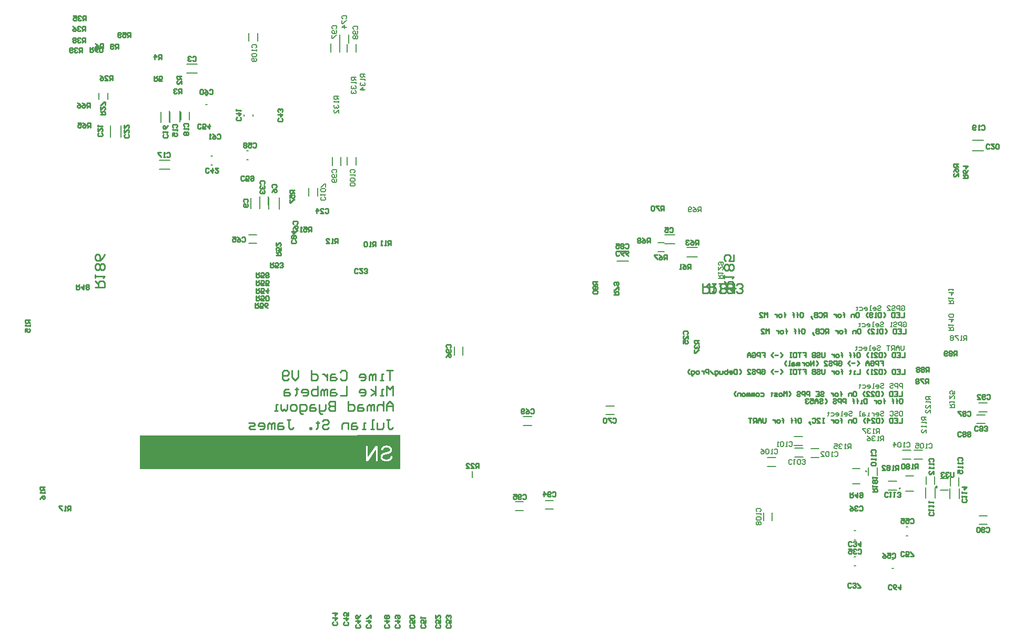
<source format=gbr>
G04*
G04 #@! TF.GenerationSoftware,Altium Limited,Altium Designer,23.7.1 (13)*
G04*
G04 Layer_Color=39423*
%FSLAX25Y25*%
%MOIN*%
G70*
G04*
G04 #@! TF.SameCoordinates,AF00DCEB-AC48-4C7C-91EA-99F42E284231*
G04*
G04*
G04 #@! TF.FilePolarity,Positive*
G04*
G01*
G75*
%ADD10C,0.00984*%
%ADD15C,0.00787*%
%ADD16C,0.00500*%
%ADD18C,0.01000*%
%ADD19C,0.00600*%
%ADD24C,0.00900*%
%ADD25C,0.00800*%
%ADD290R,1.38976X0.21654*%
G36*
X245079Y-270324D02*
X217520D01*
Y-248671D01*
X245079D01*
Y-270324D01*
D02*
G37*
%LPC*%
G36*
X230710Y-255553D02*
X229405D01*
X224367Y-263104D01*
Y-255553D01*
X223145D01*
Y-265158D01*
X224464D01*
X229488Y-257621D01*
Y-265158D01*
X230710D01*
Y-255553D01*
D02*
G37*
G36*
X236345Y-255386D02*
X236165D01*
X236067Y-255400D01*
X235970D01*
X235706Y-255428D01*
X235415Y-255470D01*
X235110Y-255539D01*
X234777Y-255622D01*
X234471Y-255733D01*
X234457D01*
X234430Y-255747D01*
X234388Y-255775D01*
X234332Y-255803D01*
X234194Y-255872D01*
X234013Y-255997D01*
X233805Y-256136D01*
X233597Y-256316D01*
X233402Y-256524D01*
X233222Y-256760D01*
Y-256774D01*
X233208Y-256788D01*
X233180Y-256830D01*
X233153Y-256872D01*
X233083Y-257010D01*
X233000Y-257191D01*
X232903Y-257413D01*
X232833Y-257677D01*
X232764Y-257954D01*
X232736Y-258260D01*
X233958Y-258357D01*
Y-258343D01*
Y-258315D01*
X233972Y-258273D01*
X233985Y-258204D01*
X234027Y-258051D01*
X234083Y-257843D01*
X234166Y-257621D01*
X234291Y-257399D01*
X234443Y-257191D01*
X234638Y-256996D01*
X234665Y-256982D01*
X234735Y-256927D01*
X234874Y-256844D01*
X235054Y-256760D01*
X235290Y-256677D01*
X235568Y-256594D01*
X235915Y-256538D01*
X236303Y-256524D01*
X236498D01*
X236581Y-256538D01*
X236692Y-256552D01*
X236942Y-256580D01*
X237220Y-256635D01*
X237497Y-256705D01*
X237761Y-256816D01*
X237872Y-256885D01*
X237983Y-256955D01*
X238011Y-256969D01*
X238066Y-257024D01*
X238149Y-257121D01*
X238233Y-257232D01*
X238330Y-257385D01*
X238413Y-257552D01*
X238469Y-257746D01*
X238496Y-257968D01*
Y-257996D01*
Y-258051D01*
X238482Y-258148D01*
X238455Y-258260D01*
X238413Y-258398D01*
X238344Y-258537D01*
X238261Y-258676D01*
X238136Y-258815D01*
X238122Y-258829D01*
X238052Y-258870D01*
X237997Y-258912D01*
X237941Y-258940D01*
X237858Y-258981D01*
X237761Y-259037D01*
X237636Y-259078D01*
X237497Y-259134D01*
X237344Y-259189D01*
X237164Y-259259D01*
X236970Y-259314D01*
X236748Y-259384D01*
X236498Y-259439D01*
X236220Y-259509D01*
X236206D01*
X236151Y-259523D01*
X236067Y-259536D01*
X235970Y-259564D01*
X235845Y-259592D01*
X235693Y-259634D01*
X235540Y-259675D01*
X235373Y-259717D01*
X235013Y-259814D01*
X234665Y-259911D01*
X234499Y-259967D01*
X234346Y-260022D01*
X234208Y-260064D01*
X234097Y-260119D01*
X234083D01*
X234055Y-260133D01*
X234013Y-260161D01*
X233958Y-260189D01*
X233805Y-260272D01*
X233625Y-260383D01*
X233416Y-260536D01*
X233208Y-260702D01*
X233014Y-260897D01*
X232847Y-261105D01*
X232833Y-261133D01*
X232778Y-261202D01*
X232722Y-261327D01*
X232639Y-261493D01*
X232570Y-261688D01*
X232500Y-261924D01*
X232459Y-262188D01*
X232445Y-262465D01*
Y-262590D01*
X232472Y-262743D01*
X232500Y-262937D01*
X232556Y-263159D01*
X232625Y-263395D01*
X232736Y-263645D01*
X232889Y-263909D01*
Y-263923D01*
X232903Y-263936D01*
X232972Y-264020D01*
X233069Y-264145D01*
X233208Y-264283D01*
X233389Y-264450D01*
X233611Y-264630D01*
X233860Y-264797D01*
X234152Y-264950D01*
X234166D01*
X234194Y-264964D01*
X234235Y-264977D01*
X234291Y-265005D01*
X234374Y-265033D01*
X234471Y-265075D01*
X234693Y-265130D01*
X234957Y-265199D01*
X235276Y-265269D01*
X235623Y-265311D01*
X235998Y-265324D01*
X236220D01*
X236331Y-265311D01*
X236456D01*
X236595Y-265297D01*
X236761Y-265283D01*
X237108Y-265227D01*
X237469Y-265172D01*
X237830Y-265075D01*
X238177Y-264950D01*
X238191D01*
X238219Y-264936D01*
X238261Y-264908D01*
X238316Y-264880D01*
X238482Y-264797D01*
X238677Y-264672D01*
X238899Y-264506D01*
X239135Y-264311D01*
X239357Y-264075D01*
X239565Y-263811D01*
Y-263798D01*
X239593Y-263770D01*
X239607Y-263728D01*
X239649Y-263673D01*
X239676Y-263603D01*
X239718Y-263520D01*
X239815Y-263312D01*
X239912Y-263048D01*
X239996Y-262757D01*
X240051Y-262423D01*
X240079Y-262076D01*
X238885Y-261965D01*
Y-261979D01*
Y-261993D01*
X238871Y-262035D01*
Y-262090D01*
X238843Y-262215D01*
X238802Y-262396D01*
X238746Y-262576D01*
X238691Y-262784D01*
X238594Y-262979D01*
X238496Y-263159D01*
X238482Y-263173D01*
X238441Y-263229D01*
X238371Y-263326D01*
X238261Y-263423D01*
X238122Y-263548D01*
X237969Y-263673D01*
X237761Y-263798D01*
X237539Y-263909D01*
X237525D01*
X237511Y-263923D01*
X237469Y-263936D01*
X237428Y-263950D01*
X237289Y-263992D01*
X237108Y-264047D01*
X236886Y-264103D01*
X236636Y-264145D01*
X236359Y-264172D01*
X236053Y-264186D01*
X235929D01*
X235790Y-264172D01*
X235623Y-264159D01*
X235429Y-264131D01*
X235207Y-264103D01*
X234985Y-264047D01*
X234777Y-263978D01*
X234749Y-263964D01*
X234679Y-263936D01*
X234582Y-263881D01*
X234457Y-263825D01*
X234332Y-263728D01*
X234194Y-263631D01*
X234055Y-263520D01*
X233944Y-263381D01*
X233930Y-263367D01*
X233902Y-263312D01*
X233860Y-263242D01*
X233805Y-263131D01*
X233750Y-263020D01*
X233708Y-262881D01*
X233680Y-262729D01*
X233666Y-262562D01*
Y-262548D01*
Y-262479D01*
X233680Y-262396D01*
X233694Y-262285D01*
X233736Y-262174D01*
X233777Y-262035D01*
X233847Y-261896D01*
X233944Y-261771D01*
X233958Y-261757D01*
X233999Y-261716D01*
X234055Y-261660D01*
X234152Y-261577D01*
X234263Y-261493D01*
X234416Y-261396D01*
X234596Y-261299D01*
X234804Y-261216D01*
X234818Y-261202D01*
X234888Y-261188D01*
X234999Y-261146D01*
X235068Y-261133D01*
X235165Y-261105D01*
X235262Y-261063D01*
X235387Y-261035D01*
X235526Y-260994D01*
X235693Y-260952D01*
X235859Y-260911D01*
X236053Y-260855D01*
X236276Y-260800D01*
X236512Y-260744D01*
X236526D01*
X236567Y-260730D01*
X236636Y-260716D01*
X236720Y-260688D01*
X236831Y-260661D01*
X236956Y-260633D01*
X237233Y-260550D01*
X237539Y-260453D01*
X237858Y-260355D01*
X238136Y-260258D01*
X238261Y-260203D01*
X238371Y-260147D01*
X238385D01*
X238399Y-260133D01*
X238482Y-260078D01*
X238608Y-260008D01*
X238746Y-259897D01*
X238913Y-259772D01*
X239079Y-259620D01*
X239246Y-259439D01*
X239385Y-259245D01*
X239399Y-259217D01*
X239440Y-259148D01*
X239496Y-259037D01*
X239551Y-258898D01*
X239607Y-258717D01*
X239662Y-258509D01*
X239704Y-258287D01*
X239718Y-258051D01*
Y-258037D01*
Y-258024D01*
Y-257982D01*
Y-257926D01*
X239690Y-257788D01*
X239662Y-257607D01*
X239621Y-257399D01*
X239551Y-257163D01*
X239454Y-256927D01*
X239315Y-256691D01*
Y-256677D01*
X239301Y-256663D01*
X239232Y-256580D01*
X239135Y-256469D01*
X239010Y-256330D01*
X238843Y-256177D01*
X238635Y-256011D01*
X238385Y-255858D01*
X238108Y-255719D01*
X238094D01*
X238066Y-255706D01*
X238024Y-255692D01*
X237969Y-255664D01*
X237900Y-255636D01*
X237802Y-255608D01*
X237594Y-255553D01*
X237331Y-255497D01*
X237025Y-255442D01*
X236706Y-255400D01*
X236345Y-255386D01*
D02*
G37*
%LPD*%
D10*
X585322Y-281567D02*
G03*
X585322Y-281567I-492J0D01*
G01*
D15*
X561877Y-282487D02*
G03*
X561877Y-282487I-394J0D01*
G01*
X540571Y-271732D02*
G03*
X540571Y-271732I-394J0D01*
G01*
X599119Y-289052D02*
Y-282467D01*
X593322Y-289052D02*
Y-282467D01*
X541715Y-274434D02*
Y-269268D01*
X547227Y-274434D02*
Y-269268D01*
X578110Y-280075D02*
Y-274909D01*
X583622Y-280075D02*
Y-274909D01*
X583765Y-288658D02*
Y-282074D01*
X577967Y-288658D02*
Y-282074D01*
X554353Y-283511D02*
X559519D01*
X554353Y-277999D02*
X559519D01*
X587192Y-283634D02*
X592113D01*
X587231Y-276351D02*
X592152D01*
X593464Y-280862D02*
Y-275696D01*
X598976Y-280862D02*
Y-275696D01*
X480628Y-302970D02*
Y-297804D01*
X475116Y-302970D02*
Y-297804D01*
X477732Y-262992D02*
X482898D01*
X477732Y-268504D02*
X482898D01*
X187008Y-97071D02*
Y-91905D01*
X192520Y-97071D02*
Y-91905D01*
X148995Y1361D02*
Y6527D01*
X154506Y1361D02*
Y6527D01*
X494661Y-249606D02*
X499827D01*
X494661Y-255118D02*
X499827D01*
X505094Y-262892D02*
X510260D01*
X505094Y-257380D02*
X510260D01*
X495055Y-257087D02*
X500221D01*
X495055Y-262598D02*
X500221D01*
X563362Y-258363D02*
X568528D01*
X563362Y-263875D02*
X568528D01*
X570744Y-263878D02*
X575910D01*
X570744Y-258366D02*
X575910D01*
X212205Y173D02*
Y5339D01*
X206693Y173D02*
Y5339D01*
X206594Y-5536D02*
Y-370D01*
X201083Y-5536D02*
Y-370D01*
X216929Y-5733D02*
Y-567D01*
X211417Y-5733D02*
Y-567D01*
X201781Y-77583D02*
Y-72417D01*
X207293Y-77583D02*
Y-72417D01*
X211417Y-77386D02*
Y-72220D01*
X216929Y-77386D02*
Y-72220D01*
X408268Y-126772D02*
X412205D01*
X408268Y-132327D02*
X412205D01*
X412456Y-127308D02*
X419040D01*
X412456Y-121511D02*
X419040D01*
X426544Y-135576D02*
X433299D01*
X426544Y-129779D02*
X433299D01*
X54025Y-35531D02*
Y-31594D01*
X59580Y-35531D02*
Y-31594D01*
X109700Y-19040D02*
X116284D01*
X109700Y-13243D02*
X116284D01*
X92377Y-80064D02*
X98962D01*
X92377Y-74267D02*
X98962D01*
X105905Y-48782D02*
Y-43616D01*
X111417Y-48782D02*
Y-43616D01*
X279134Y-197859D02*
Y-192693D01*
X284646Y-197859D02*
Y-192693D01*
X336787Y-295669D02*
X341953D01*
X336787Y-290158D02*
X341953D01*
X317889Y-296457D02*
X323055D01*
X317889Y-290945D02*
X323055D01*
X323008Y-242520D02*
X328173D01*
X323008Y-237008D02*
X328173D01*
X375370Y-230217D02*
X380536D01*
X375370Y-235728D02*
X380536D01*
X556595Y-327461D02*
X557579D01*
X556595Y-333169D02*
X557579D01*
X532727Y-331692D02*
X533711D01*
X532727Y-325983D02*
X533711D01*
X565650Y-312697D02*
X566634D01*
X565650Y-306988D02*
X566634D01*
X532727Y-315127D02*
X533711D01*
X532727Y-309418D02*
X533711D01*
X121555Y-33366D02*
X122539D01*
X121555Y-39075D02*
X122539D01*
X124911Y-77429D02*
X125896D01*
X124911Y-71720D02*
X125896D01*
X147541Y-73927D02*
X148525D01*
X147541Y-68218D02*
X148525D01*
X151486Y-46210D02*
Y-45226D01*
X145778Y-46210D02*
Y-45226D01*
X610409Y-235827D02*
X615575D01*
X610409Y-241339D02*
X615575D01*
X611743Y-228346D02*
X616909D01*
X611743Y-233858D02*
X616909D01*
X611767Y-300098D02*
X616777D01*
X611767Y-305413D02*
X616777D01*
X382413Y-131791D02*
X389500D01*
X382413Y-138287D02*
X389500D01*
X67776Y-59517D02*
Y-52430D01*
X61279Y-59517D02*
Y-52430D01*
X93164Y-50143D02*
Y-43558D01*
X98962Y-50143D02*
Y-43558D01*
X105217Y-50000D02*
Y-42913D01*
X98721Y-50000D02*
Y-42913D01*
X607480Y-61713D02*
X614567D01*
X607480Y-68209D02*
X614567D01*
X148909Y-126870D02*
X153919D01*
X148909Y-121555D02*
X153919D01*
X161713Y-105118D02*
Y-98032D01*
X168209Y-105118D02*
Y-98032D01*
X156048Y-104867D02*
Y-98282D01*
X150251Y-104867D02*
Y-98282D01*
X155905Y-102573D02*
Y-97407D01*
X161417Y-102573D02*
Y-97407D01*
D16*
X565420Y-284377D02*
X570145D01*
X565420Y-274692D02*
X570145D01*
X531516Y-269843D02*
X536240D01*
X531516Y-279528D02*
X536240D01*
D18*
X240339Y-207779D02*
X236273D01*
X238306D01*
Y-213877D01*
X234241D02*
X232208D01*
X233224D01*
Y-209812D01*
X234241D01*
X229159Y-213877D02*
Y-209812D01*
X228142D01*
X227126Y-210828D01*
Y-213877D01*
Y-210828D01*
X226110Y-209812D01*
X225094Y-210828D01*
Y-213877D01*
X220012D02*
X222044D01*
X223061Y-212861D01*
Y-210828D01*
X222044Y-209812D01*
X220012D01*
X218995Y-210828D01*
Y-211845D01*
X223061D01*
X206799Y-208796D02*
X207816Y-207779D01*
X209848D01*
X210865Y-208796D01*
Y-212861D01*
X209848Y-213877D01*
X207816D01*
X206799Y-212861D01*
X203750Y-209812D02*
X201718D01*
X200701Y-210828D01*
Y-213877D01*
X203750D01*
X204767Y-212861D01*
X203750Y-211845D01*
X200701D01*
X198669Y-209812D02*
Y-213877D01*
Y-211845D01*
X197652Y-210828D01*
X196636Y-209812D01*
X195620D01*
X188505Y-207779D02*
Y-213877D01*
X191554D01*
X192571Y-212861D01*
Y-210828D01*
X191554Y-209812D01*
X188505D01*
X180375Y-207779D02*
Y-211845D01*
X178342Y-213877D01*
X176309Y-211845D01*
Y-207779D01*
X174277Y-212861D02*
X173260Y-213877D01*
X171228D01*
X170211Y-212861D01*
Y-208796D01*
X171228Y-207779D01*
X173260D01*
X174277Y-208796D01*
Y-209812D01*
X173260Y-210828D01*
X170211D01*
X240339Y-223595D02*
Y-217497D01*
X238306Y-219530D01*
X236273Y-217497D01*
Y-223595D01*
X234241D02*
X232208D01*
X233224D01*
Y-219530D01*
X234241D01*
X229159Y-223595D02*
Y-217497D01*
Y-221562D02*
X226110Y-219530D01*
X229159Y-221562D02*
X226110Y-223595D01*
X220012D02*
X222044D01*
X223061Y-222579D01*
Y-220546D01*
X222044Y-219530D01*
X220012D01*
X218995Y-220546D01*
Y-221562D01*
X223061D01*
X210865Y-217497D02*
Y-223595D01*
X206799D01*
X203750Y-219530D02*
X201718D01*
X200701Y-220546D01*
Y-223595D01*
X203750D01*
X204767Y-222579D01*
X203750Y-221562D01*
X200701D01*
X198669Y-223595D02*
Y-219530D01*
X197652D01*
X196636Y-220546D01*
Y-223595D01*
Y-220546D01*
X195620Y-219530D01*
X194603Y-220546D01*
Y-223595D01*
X192571Y-217497D02*
Y-223595D01*
X189522D01*
X188505Y-222579D01*
Y-221562D01*
Y-220546D01*
X189522Y-219530D01*
X192571D01*
X183424Y-223595D02*
X185456D01*
X186473Y-222579D01*
Y-220546D01*
X185456Y-219530D01*
X183424D01*
X182407Y-220546D01*
Y-221562D01*
X186473D01*
X179358Y-218513D02*
Y-219530D01*
X180375D01*
X178342D01*
X179358D01*
Y-222579D01*
X178342Y-223595D01*
X174277Y-219530D02*
X172244D01*
X171228Y-220546D01*
Y-223595D01*
X174277D01*
X175293Y-222579D01*
X174277Y-221562D01*
X171228D01*
X240339Y-233313D02*
Y-229247D01*
X238306Y-227215D01*
X236273Y-229247D01*
Y-233313D01*
Y-230264D01*
X240339D01*
X234241Y-227215D02*
Y-233313D01*
Y-230264D01*
X233224Y-229247D01*
X231191D01*
X230175Y-230264D01*
Y-233313D01*
X228142D02*
Y-229247D01*
X227126D01*
X226110Y-230264D01*
Y-233313D01*
Y-230264D01*
X225094Y-229247D01*
X224077Y-230264D01*
Y-233313D01*
X221028Y-229247D02*
X218995D01*
X217979Y-230264D01*
Y-233313D01*
X221028D01*
X222044Y-232296D01*
X221028Y-231280D01*
X217979D01*
X211881Y-227215D02*
Y-233313D01*
X214930D01*
X215947Y-232296D01*
Y-230264D01*
X214930Y-229247D01*
X211881D01*
X203750Y-227215D02*
Y-233313D01*
X200701D01*
X199685Y-232296D01*
Y-231280D01*
X200701Y-230264D01*
X203750D01*
X200701D01*
X199685Y-229247D01*
Y-228231D01*
X200701Y-227215D01*
X203750D01*
X197652Y-229247D02*
Y-232296D01*
X196636Y-233313D01*
X193587D01*
Y-234329D01*
X194603Y-235345D01*
X195620D01*
X193587Y-233313D02*
Y-229247D01*
X190538D02*
X188505D01*
X187489Y-230264D01*
Y-233313D01*
X190538D01*
X191554Y-232296D01*
X190538Y-231280D01*
X187489D01*
X183424Y-235345D02*
X182407D01*
X181391Y-234329D01*
Y-229247D01*
X184440D01*
X185456Y-230264D01*
Y-232296D01*
X184440Y-233313D01*
X181391D01*
X178342D02*
X176309D01*
X175293Y-232296D01*
Y-230264D01*
X176309Y-229247D01*
X178342D01*
X179358Y-230264D01*
Y-232296D01*
X178342Y-233313D01*
X173260Y-229247D02*
Y-232296D01*
X172244Y-233313D01*
X171228Y-232296D01*
X170211Y-233313D01*
X169195Y-232296D01*
Y-229247D01*
X167162Y-233313D02*
X165129D01*
X166146D01*
Y-229247D01*
X167162D01*
X236273Y-238965D02*
X238306D01*
X237290D01*
Y-244047D01*
X238306Y-245063D01*
X239322D01*
X240339Y-244047D01*
X234241Y-240998D02*
Y-244047D01*
X233224Y-245063D01*
X230175D01*
Y-240998D01*
X228142Y-245063D02*
X226110D01*
X227126D01*
Y-238965D01*
X228142D01*
X223061Y-245063D02*
X221028D01*
X222044D01*
Y-240998D01*
X223061D01*
X216963D02*
X214930D01*
X213914Y-242014D01*
Y-245063D01*
X216963D01*
X217979Y-244047D01*
X216963Y-243030D01*
X213914D01*
X211881Y-245063D02*
Y-240998D01*
X208832D01*
X207816Y-242014D01*
Y-245063D01*
X195620Y-239981D02*
X196636Y-238965D01*
X198669D01*
X199685Y-239981D01*
Y-240998D01*
X198669Y-242014D01*
X196636D01*
X195620Y-243030D01*
Y-244047D01*
X196636Y-245063D01*
X198669D01*
X199685Y-244047D01*
X192571Y-239981D02*
Y-240998D01*
X193587D01*
X191554D01*
X192571D01*
Y-244047D01*
X191554Y-245063D01*
X188505D02*
Y-244047D01*
X187489D01*
Y-245063D01*
X188505D01*
X173260Y-238965D02*
X175293D01*
X174277D01*
Y-244047D01*
X175293Y-245063D01*
X176309D01*
X177326Y-244047D01*
X170211Y-240998D02*
X168179D01*
X167162Y-242014D01*
Y-245063D01*
X170211D01*
X171228Y-244047D01*
X170211Y-243030D01*
X167162D01*
X165129Y-245063D02*
Y-240998D01*
X164113D01*
X163097Y-242014D01*
Y-245063D01*
Y-242014D01*
X162081Y-240998D01*
X161064Y-242014D01*
Y-245063D01*
X155982D02*
X158015D01*
X159031Y-244047D01*
Y-242014D01*
X158015Y-240998D01*
X155982D01*
X154966Y-242014D01*
Y-243030D01*
X159031D01*
X152934Y-245063D02*
X149884D01*
X148868Y-244047D01*
X149884Y-243030D01*
X151917D01*
X152934Y-242014D01*
X151917Y-240998D01*
X148868D01*
X51451Y-155015D02*
X57449D01*
Y-152016D01*
X56450Y-151017D01*
X54450D01*
X53451Y-152016D01*
Y-155015D01*
Y-153016D02*
X51451Y-151017D01*
Y-149017D02*
Y-147018D01*
Y-148018D01*
X57449D01*
X56450Y-149017D01*
Y-144019D02*
X57449Y-143019D01*
Y-141020D01*
X56450Y-140020D01*
X55450D01*
X54450Y-141020D01*
X53451Y-140020D01*
X52451D01*
X51451Y-141020D01*
Y-143019D01*
X52451Y-144019D01*
X53451D01*
X54450Y-143019D01*
X55450Y-144019D01*
X56450D01*
X54450Y-143019D02*
Y-141020D01*
X57449Y-134022D02*
X56450Y-136022D01*
X54450Y-138021D01*
X52451D01*
X51451Y-137021D01*
Y-135022D01*
X52451Y-134022D01*
X53451D01*
X54450Y-135022D01*
Y-138021D01*
X450351Y-155181D02*
X456349D01*
Y-152182D01*
X455349Y-151182D01*
X453350D01*
X452350Y-152182D01*
Y-155181D01*
Y-153181D02*
X450351Y-151182D01*
Y-149183D02*
Y-147183D01*
Y-148183D01*
X456349D01*
X455349Y-149183D01*
Y-144184D02*
X456349Y-143185D01*
Y-141185D01*
X455349Y-140186D01*
X454350D01*
X453350Y-141185D01*
X452350Y-140186D01*
X451350D01*
X450351Y-141185D01*
Y-143185D01*
X451350Y-144184D01*
X452350D01*
X453350Y-143185D01*
X454350Y-144184D01*
X455349D01*
X453350Y-143185D02*
Y-141185D01*
X456349Y-134187D02*
Y-138186D01*
X453350D01*
X454350Y-136187D01*
Y-135187D01*
X453350Y-134187D01*
X451350D01*
X450351Y-135187D01*
Y-137187D01*
X451350Y-138186D01*
X436453Y-152713D02*
Y-158711D01*
X439452D01*
X440451Y-157711D01*
Y-155712D01*
X439452Y-154712D01*
X436453D01*
X438452D02*
X440451Y-152713D01*
X442451D02*
X444450D01*
X443450D01*
Y-158711D01*
X442451Y-157711D01*
X447449D02*
X448449Y-158711D01*
X450448D01*
X451448Y-157711D01*
Y-156712D01*
X450448Y-155712D01*
X451448Y-154712D01*
Y-153713D01*
X450448Y-152713D01*
X448449D01*
X447449Y-153713D01*
Y-154712D01*
X448449Y-155712D01*
X447449Y-156712D01*
Y-157711D01*
X448449Y-155712D02*
X450448D01*
X456446Y-152713D02*
Y-158711D01*
X453447Y-155712D01*
X457446D01*
X440882Y-152713D02*
Y-158711D01*
X443881D01*
X444881Y-157711D01*
Y-155712D01*
X443881Y-154712D01*
X440882D01*
X442882D02*
X444881Y-152713D01*
X446880D02*
X448880D01*
X447880D01*
Y-158711D01*
X446880Y-157711D01*
X451879D02*
X452878Y-158711D01*
X454878D01*
X455877Y-157711D01*
Y-156712D01*
X454878Y-155712D01*
X455877Y-154712D01*
Y-153713D01*
X454878Y-152713D01*
X452878D01*
X451879Y-153713D01*
Y-154712D01*
X452878Y-155712D01*
X451879Y-156712D01*
Y-157711D01*
X452878Y-155712D02*
X454878D01*
X457877Y-157711D02*
X458877Y-158711D01*
X460876D01*
X461875Y-157711D01*
Y-156712D01*
X460876Y-155712D01*
X459876D01*
X460876D01*
X461875Y-154712D01*
Y-153713D01*
X460876Y-152713D01*
X458877D01*
X457877Y-153713D01*
X562893Y-221053D02*
Y-224052D01*
X560893D01*
X557894Y-221053D02*
X559894D01*
Y-224052D01*
X557894D01*
X559894Y-222552D02*
X558894D01*
X556895Y-221053D02*
Y-224052D01*
X555395D01*
X554895Y-223552D01*
Y-221553D01*
X555395Y-221053D01*
X556895D01*
X549897Y-224052D02*
X550897Y-223052D01*
Y-222053D01*
X549897Y-221053D01*
X548397D02*
Y-224052D01*
X546898D01*
X546398Y-223552D01*
Y-221553D01*
X546898Y-221053D01*
X548397D01*
X543399Y-224052D02*
X545398D01*
X543399Y-222053D01*
Y-221553D01*
X543899Y-221053D01*
X544899D01*
X545398Y-221553D01*
X540400Y-224052D02*
X542399D01*
X540400Y-222053D01*
Y-221553D01*
X540900Y-221053D01*
X541900D01*
X542399Y-221553D01*
X539400Y-224052D02*
X538401Y-223052D01*
Y-222053D01*
X539400Y-221053D01*
X532403D02*
X533402D01*
X533902Y-221553D01*
Y-223552D01*
X533402Y-224052D01*
X532403D01*
X531903Y-223552D01*
Y-221553D01*
X532403Y-221053D01*
X530903Y-224052D02*
Y-222053D01*
X529404D01*
X528904Y-222552D01*
Y-224052D01*
X524405D02*
Y-221553D01*
Y-222552D01*
X524905D01*
X523905D01*
X524405D01*
Y-221553D01*
X523905Y-221053D01*
X521906Y-224052D02*
X520906D01*
X520406Y-223552D01*
Y-222552D01*
X520906Y-222053D01*
X521906D01*
X522406Y-222552D01*
Y-223552D01*
X521906Y-224052D01*
X519407Y-222053D02*
Y-224052D01*
Y-223052D01*
X518907Y-222552D01*
X518407Y-222053D01*
X517907D01*
X511410Y-221553D02*
X511909Y-221053D01*
X512909D01*
X513409Y-221553D01*
Y-222053D01*
X512909Y-222552D01*
X511909D01*
X511410Y-223052D01*
Y-223552D01*
X511909Y-224052D01*
X512909D01*
X513409Y-223552D01*
X508410Y-221053D02*
X510410D01*
Y-224052D01*
X508410D01*
X510410Y-222552D02*
X509410D01*
X504412Y-224052D02*
Y-221053D01*
X502912D01*
X502412Y-221553D01*
Y-222552D01*
X502912Y-223052D01*
X504412D01*
X501413Y-224052D02*
Y-221053D01*
X499913D01*
X499413Y-221553D01*
Y-222552D01*
X499913Y-223052D01*
X501413D01*
X496414Y-221553D02*
X496914Y-221053D01*
X497914D01*
X498414Y-221553D01*
Y-222053D01*
X497914Y-222552D01*
X496914D01*
X496414Y-223052D01*
Y-223552D01*
X496914Y-224052D01*
X497914D01*
X498414Y-223552D01*
X491416Y-224052D02*
X492416Y-223052D01*
Y-222053D01*
X491416Y-221053D01*
X489916Y-224052D02*
Y-221053D01*
X488917Y-222053D01*
X487917Y-221053D01*
Y-224052D01*
X486417D02*
X485418D01*
X484918Y-223552D01*
Y-222552D01*
X485418Y-222053D01*
X486417D01*
X486917Y-222552D01*
Y-223552D01*
X486417Y-224052D01*
X483918D02*
X482419D01*
X481919Y-223552D01*
X482419Y-223052D01*
X483419D01*
X483918Y-222552D01*
X483419Y-222053D01*
X481919D01*
X480419Y-221553D02*
Y-222053D01*
X480919D01*
X479920D01*
X480419D01*
Y-223552D01*
X479920Y-224052D01*
X473422Y-222053D02*
X474921D01*
X475421Y-222552D01*
Y-223552D01*
X474921Y-224052D01*
X473422D01*
X471922D02*
X470923D01*
X470423Y-223552D01*
Y-222552D01*
X470923Y-222053D01*
X471922D01*
X472422Y-222552D01*
Y-223552D01*
X471922Y-224052D01*
X469423D02*
Y-222053D01*
X468923D01*
X468423Y-222552D01*
Y-224052D01*
Y-222552D01*
X467923Y-222053D01*
X467424Y-222552D01*
Y-224052D01*
X466424D02*
Y-222053D01*
X465924D01*
X465424Y-222552D01*
Y-224052D01*
Y-222552D01*
X464924Y-222053D01*
X464425Y-222552D01*
Y-224052D01*
X462925D02*
X461926D01*
X461426Y-223552D01*
Y-222552D01*
X461926Y-222053D01*
X462925D01*
X463425Y-222552D01*
Y-223552D01*
X462925Y-224052D01*
X460426D02*
Y-222053D01*
X458926D01*
X458427Y-222552D01*
Y-224052D01*
X457427D02*
X456427Y-223052D01*
Y-222053D01*
X457427Y-221053D01*
X561610Y-225465D02*
X562609D01*
X563109Y-225964D01*
Y-227964D01*
X562609Y-228464D01*
X561610D01*
X561110Y-227964D01*
Y-225964D01*
X561610Y-225465D01*
X559610Y-228464D02*
Y-225964D01*
Y-226964D01*
X560110D01*
X559111D01*
X559610D01*
Y-225964D01*
X559111Y-225465D01*
X557111Y-228464D02*
Y-225964D01*
Y-226964D01*
X557611D01*
X556611D01*
X557111D01*
Y-225964D01*
X556611Y-225465D01*
X551613Y-228464D02*
Y-225964D01*
Y-226964D01*
X552113D01*
X551113D01*
X551613D01*
Y-225964D01*
X551113Y-225465D01*
X549114Y-228464D02*
X548114D01*
X547614Y-227964D01*
Y-226964D01*
X548114Y-226464D01*
X549114D01*
X549614Y-226964D01*
Y-227964D01*
X549114Y-228464D01*
X546615Y-226464D02*
Y-228464D01*
Y-227464D01*
X546115Y-226964D01*
X545615Y-226464D01*
X545115D01*
X540617Y-225465D02*
Y-228464D01*
X539117D01*
X538617Y-227964D01*
Y-225964D01*
X539117Y-225465D01*
X540617D01*
X537617Y-228464D02*
X536618D01*
X537118D01*
Y-226464D01*
X537617D01*
X534619Y-228464D02*
Y-225964D01*
Y-226964D01*
X535118D01*
X534119D01*
X534619D01*
Y-225964D01*
X534119Y-225465D01*
X532119Y-228464D02*
Y-225964D01*
Y-226964D01*
X532619D01*
X531620D01*
X532119D01*
Y-225964D01*
X531620Y-225465D01*
X527121Y-228464D02*
Y-225465D01*
X525621D01*
X525122Y-225964D01*
Y-226964D01*
X525621Y-227464D01*
X527121D01*
X524122Y-228464D02*
Y-225465D01*
X522622D01*
X522122Y-225964D01*
Y-226964D01*
X522622Y-227464D01*
X524122D01*
X519124Y-225964D02*
X519623Y-225465D01*
X520623D01*
X521123Y-225964D01*
Y-226464D01*
X520623Y-226964D01*
X519623D01*
X519124Y-227464D01*
Y-227964D01*
X519623Y-228464D01*
X520623D01*
X521123Y-227964D01*
X514125Y-228464D02*
X515125Y-227464D01*
Y-226464D01*
X514125Y-225465D01*
X510626Y-225964D02*
X511126Y-225465D01*
X512126D01*
X512626Y-225964D01*
Y-226464D01*
X512126Y-226964D01*
X511126D01*
X510626Y-227464D01*
Y-227964D01*
X511126Y-228464D01*
X512126D01*
X512626Y-227964D01*
X509627Y-228464D02*
Y-226464D01*
X508627Y-225465D01*
X507627Y-226464D01*
Y-228464D01*
Y-226964D01*
X509627D01*
X504628Y-225465D02*
X506628D01*
Y-226964D01*
X505628Y-226464D01*
X505128D01*
X504628Y-226964D01*
Y-227964D01*
X505128Y-228464D01*
X506128D01*
X506628Y-227964D01*
X503628Y-225964D02*
X503129Y-225465D01*
X502129D01*
X501629Y-225964D01*
Y-226464D01*
X502129Y-226964D01*
X502629D01*
X502129D01*
X501629Y-227464D01*
Y-227964D01*
X502129Y-228464D01*
X503129D01*
X503628Y-227964D01*
X564748Y-196395D02*
Y-199394D01*
X562749D01*
X559750Y-196395D02*
X561749D01*
Y-199394D01*
X559750D01*
X561749Y-197894D02*
X560749D01*
X558750Y-196395D02*
Y-199394D01*
X557250D01*
X556751Y-198894D01*
Y-196895D01*
X557250Y-196395D01*
X558750D01*
X551752Y-199394D02*
X552752Y-198394D01*
Y-197394D01*
X551752Y-196395D01*
X550253D02*
Y-199394D01*
X548753D01*
X548253Y-198894D01*
Y-196895D01*
X548753Y-196395D01*
X550253D01*
X545254Y-199394D02*
X547254D01*
X545254Y-197394D01*
Y-196895D01*
X545754Y-196395D01*
X546754D01*
X547254Y-196895D01*
X544255Y-199394D02*
X543255D01*
X543755D01*
Y-196395D01*
X544255Y-196895D01*
X541755Y-199394D02*
X540756Y-198394D01*
Y-197394D01*
X541755Y-196395D01*
X534758D02*
X535757D01*
X536257Y-196895D01*
Y-198894D01*
X535757Y-199394D01*
X534758D01*
X534258Y-198894D01*
Y-196895D01*
X534758Y-196395D01*
X532758Y-199394D02*
Y-196895D01*
Y-197894D01*
X533258D01*
X532259D01*
X532758D01*
Y-196895D01*
X532259Y-196395D01*
X530259Y-199394D02*
Y-196895D01*
Y-197894D01*
X530759D01*
X529759D01*
X530259D01*
Y-196895D01*
X529759Y-196395D01*
X524761Y-199394D02*
Y-196895D01*
Y-197894D01*
X525261D01*
X524261D01*
X524761D01*
Y-196895D01*
X524261Y-196395D01*
X522262Y-199394D02*
X521262D01*
X520762Y-198894D01*
Y-197894D01*
X521262Y-197394D01*
X522262D01*
X522762Y-197894D01*
Y-198894D01*
X522262Y-199394D01*
X519763Y-197394D02*
Y-199394D01*
Y-198394D01*
X519263Y-197894D01*
X518763Y-197394D01*
X518263D01*
X513764Y-196395D02*
Y-198894D01*
X513265Y-199394D01*
X512265D01*
X511765Y-198894D01*
Y-196395D01*
X508766Y-196895D02*
X509266Y-196395D01*
X510266D01*
X510766Y-196895D01*
Y-197394D01*
X510266Y-197894D01*
X509266D01*
X508766Y-198394D01*
Y-198894D01*
X509266Y-199394D01*
X510266D01*
X510766Y-198894D01*
X507766Y-196395D02*
Y-199394D01*
X506267D01*
X505767Y-198894D01*
Y-198394D01*
X506267Y-197894D01*
X507766D01*
X506267D01*
X505767Y-197394D01*
Y-196895D01*
X506267Y-196395D01*
X507766D01*
X499769D02*
X501768D01*
Y-197894D01*
X500769D01*
X501768D01*
Y-199394D01*
X498769Y-196395D02*
X496770D01*
X497770D01*
Y-199394D01*
X495770Y-196395D02*
Y-199394D01*
X494271D01*
X493771Y-198894D01*
Y-196895D01*
X494271Y-196395D01*
X495770D01*
X492771D02*
X491772D01*
X492272D01*
Y-199394D01*
X492771D01*
X491772D01*
X485774D02*
X487273Y-197894D01*
X485774Y-196395D01*
X484274Y-197894D02*
X482275D01*
X481275Y-199394D02*
X479775Y-197894D01*
X481275Y-196395D01*
X473777D02*
X475777D01*
Y-197894D01*
X474777D01*
X475777D01*
Y-199394D01*
X472778D02*
Y-196395D01*
X471278D01*
X470778Y-196895D01*
Y-197894D01*
X471278Y-198394D01*
X472778D01*
X467779Y-196895D02*
X468279Y-196395D01*
X469279D01*
X469779Y-196895D01*
Y-198894D01*
X469279Y-199394D01*
X468279D01*
X467779Y-198894D01*
Y-197894D01*
X468779D01*
X466780Y-199394D02*
Y-197394D01*
X465780Y-196395D01*
X464780Y-197394D01*
Y-199394D01*
Y-197894D01*
X466780D01*
X564748Y-206812D02*
Y-209811D01*
X562749D01*
X559750Y-206812D02*
X561749D01*
Y-209811D01*
X559750D01*
X561749Y-208312D02*
X560749D01*
X558750Y-206812D02*
Y-209811D01*
X557250D01*
X556751Y-209312D01*
Y-207312D01*
X557250Y-206812D01*
X558750D01*
X551752Y-209811D02*
X552752Y-208812D01*
Y-207812D01*
X551752Y-206812D01*
X550253D02*
Y-209811D01*
X548753D01*
X548253Y-209312D01*
Y-207312D01*
X548753Y-206812D01*
X550253D01*
X545254Y-209811D02*
X547254D01*
X545254Y-207812D01*
Y-207312D01*
X545754Y-206812D01*
X546754D01*
X547254Y-207312D01*
X544255Y-209811D02*
X543255D01*
X543755D01*
Y-206812D01*
X544255Y-207312D01*
X541755Y-209811D02*
X540756Y-208812D01*
Y-207812D01*
X541755Y-206812D01*
X536257D02*
Y-209811D01*
X534258D01*
X533258D02*
X532259D01*
X532758D01*
Y-207812D01*
X533258D01*
X530259Y-207312D02*
Y-207812D01*
X530759D01*
X529759D01*
X530259D01*
Y-209312D01*
X529759Y-209811D01*
X524761D02*
Y-207312D01*
Y-208312D01*
X525261D01*
X524261D01*
X524761D01*
Y-207312D01*
X524261Y-206812D01*
X522262Y-209811D02*
X521262D01*
X520762Y-209312D01*
Y-208312D01*
X521262Y-207812D01*
X522262D01*
X522762Y-208312D01*
Y-209312D01*
X522262Y-209811D01*
X519763Y-207812D02*
Y-209811D01*
Y-208812D01*
X519263Y-208312D01*
X518763Y-207812D01*
X518263D01*
X513764Y-206812D02*
Y-209312D01*
X513265Y-209811D01*
X512265D01*
X511765Y-209312D01*
Y-206812D01*
X508766Y-207312D02*
X509266Y-206812D01*
X510266D01*
X510766Y-207312D01*
Y-207812D01*
X510266Y-208312D01*
X509266D01*
X508766Y-208812D01*
Y-209312D01*
X509266Y-209811D01*
X510266D01*
X510766Y-209312D01*
X507766Y-206812D02*
Y-209811D01*
X506267D01*
X505767Y-209312D01*
Y-208812D01*
X506267Y-208312D01*
X507766D01*
X506267D01*
X505767Y-207812D01*
Y-207312D01*
X506267Y-206812D01*
X507766D01*
X499769D02*
X501768D01*
Y-208312D01*
X500769D01*
X501768D01*
Y-209811D01*
X498769Y-206812D02*
X496770D01*
X497770D01*
Y-209811D01*
X495770Y-206812D02*
Y-209811D01*
X494271D01*
X493771Y-209312D01*
Y-207312D01*
X494271Y-206812D01*
X495770D01*
X492771D02*
X491772D01*
X492272D01*
Y-209811D01*
X492771D01*
X491772D01*
X485774D02*
X487273Y-208312D01*
X485774Y-206812D01*
X484274Y-208312D02*
X482275D01*
X481275Y-209811D02*
X479775Y-208312D01*
X481275Y-206812D01*
X473777Y-207312D02*
X474277Y-206812D01*
X475277D01*
X475777Y-207312D01*
Y-209312D01*
X475277Y-209811D01*
X474277D01*
X473777Y-209312D01*
Y-208312D01*
X474777D01*
X472778Y-209811D02*
Y-206812D01*
X471278D01*
X470778Y-207312D01*
Y-208312D01*
X471278Y-208812D01*
X472778D01*
X467779Y-207312D02*
X468279Y-206812D01*
X469279D01*
X469779Y-207312D01*
Y-207812D01*
X469279Y-208312D01*
X468279D01*
X467779Y-208812D01*
Y-209312D01*
X468279Y-209811D01*
X469279D01*
X469779Y-209312D01*
X464780Y-209811D02*
X466780D01*
X464780Y-207812D01*
Y-207312D01*
X465280Y-206812D01*
X466280D01*
X466780Y-207312D01*
X459782Y-209811D02*
X460782Y-208812D01*
Y-207812D01*
X459782Y-206812D01*
X458283D02*
Y-209811D01*
X456783D01*
X456283Y-209312D01*
Y-207312D01*
X456783Y-206812D01*
X458283D01*
X453784Y-209811D02*
X454784D01*
X455283Y-209312D01*
Y-208312D01*
X454784Y-207812D01*
X453784D01*
X453284Y-208312D01*
Y-208812D01*
X455283D01*
X452284Y-206812D02*
Y-209811D01*
X450785D01*
X450285Y-209312D01*
Y-208812D01*
Y-208312D01*
X450785Y-207812D01*
X452284D01*
X449285D02*
Y-209312D01*
X448785Y-209811D01*
X447286D01*
Y-207812D01*
X445287Y-210811D02*
X444787D01*
X444287Y-210311D01*
Y-207812D01*
X445787D01*
X446286Y-208312D01*
Y-209312D01*
X445787Y-209811D01*
X444287D01*
X443287D02*
X441288Y-207812D01*
X440288Y-209811D02*
Y-206812D01*
X438789D01*
X438289Y-207312D01*
Y-208312D01*
X438789Y-208812D01*
X440288D01*
X437289Y-207812D02*
Y-209811D01*
Y-208812D01*
X436789Y-208312D01*
X436290Y-207812D01*
X435790D01*
X433790Y-209811D02*
X432791D01*
X432291Y-209312D01*
Y-208312D01*
X432791Y-207812D01*
X433790D01*
X434290Y-208312D01*
Y-209312D01*
X433790Y-209811D01*
X430292Y-210811D02*
X429792D01*
X429292Y-210311D01*
Y-207812D01*
X430791D01*
X431291Y-208312D01*
Y-209312D01*
X430791Y-209811D01*
X429292D01*
X428292D02*
X427292Y-208812D01*
Y-207812D01*
X428292Y-206812D01*
X562957Y-237834D02*
Y-240833D01*
X560957D01*
X557958Y-237834D02*
X559958D01*
Y-240833D01*
X557958D01*
X559958Y-239333D02*
X558958D01*
X556959Y-237834D02*
Y-240833D01*
X555459D01*
X554959Y-240333D01*
Y-238334D01*
X555459Y-237834D01*
X556959D01*
X549961Y-240833D02*
X550961Y-239833D01*
Y-238833D01*
X549961Y-237834D01*
X548461D02*
Y-240833D01*
X546962D01*
X546462Y-240333D01*
Y-238334D01*
X546962Y-237834D01*
X548461D01*
X543463Y-240833D02*
X545462D01*
X543463Y-238833D01*
Y-238334D01*
X543963Y-237834D01*
X544963D01*
X545462Y-238334D01*
X540964Y-240833D02*
Y-237834D01*
X542463Y-239333D01*
X540464D01*
X539464Y-240833D02*
X538465Y-239833D01*
Y-238833D01*
X539464Y-237834D01*
X532467D02*
X533466D01*
X533966Y-238334D01*
Y-240333D01*
X533466Y-240833D01*
X532467D01*
X531967Y-240333D01*
Y-238334D01*
X532467Y-237834D01*
X530967Y-240833D02*
Y-238833D01*
X529468D01*
X528968Y-239333D01*
Y-240833D01*
X524469D02*
Y-238334D01*
Y-239333D01*
X524969D01*
X523969D01*
X524469D01*
Y-238334D01*
X523969Y-237834D01*
X521970Y-240833D02*
X520970D01*
X520471Y-240333D01*
Y-239333D01*
X520970Y-238833D01*
X521970D01*
X522470Y-239333D01*
Y-240333D01*
X521970Y-240833D01*
X519471Y-238833D02*
Y-240833D01*
Y-239833D01*
X518971Y-239333D01*
X518471Y-238833D01*
X517971D01*
X513473Y-237834D02*
X512473D01*
X512973D01*
Y-240833D01*
X513473D01*
X512473D01*
X508974D02*
X510974D01*
X508974Y-238833D01*
Y-238334D01*
X509474Y-237834D01*
X510474D01*
X510974Y-238334D01*
X505975D02*
X506475Y-237834D01*
X507475D01*
X507974Y-238334D01*
Y-240333D01*
X507475Y-240833D01*
X506475D01*
X505975Y-240333D01*
X504476Y-241333D02*
X503976Y-240833D01*
Y-240333D01*
X504476D01*
Y-240833D01*
X503976D01*
X504476Y-241333D01*
X504976Y-241832D01*
X497478Y-237834D02*
X498478D01*
X498977Y-238334D01*
Y-240333D01*
X498478Y-240833D01*
X497478D01*
X496978Y-240333D01*
Y-238334D01*
X497478Y-237834D01*
X495479Y-240833D02*
Y-238334D01*
Y-239333D01*
X495978D01*
X494979D01*
X495479D01*
Y-238334D01*
X494979Y-237834D01*
X492979Y-240833D02*
Y-238334D01*
Y-239333D01*
X493479D01*
X492480D01*
X492979D01*
Y-238334D01*
X492480Y-237834D01*
X487481Y-240833D02*
Y-238334D01*
Y-239333D01*
X487981D01*
X486981D01*
X487481D01*
Y-238334D01*
X486981Y-237834D01*
X484982Y-240833D02*
X483982D01*
X483483Y-240333D01*
Y-239333D01*
X483982Y-238833D01*
X484982D01*
X485482Y-239333D01*
Y-240333D01*
X484982Y-240833D01*
X482483Y-238833D02*
Y-240833D01*
Y-239833D01*
X481983Y-239333D01*
X481483Y-238833D01*
X480983D01*
X476485Y-237834D02*
Y-240333D01*
X475985Y-240833D01*
X474985D01*
X474485Y-240333D01*
Y-237834D01*
X473486Y-240833D02*
Y-238833D01*
X472486Y-237834D01*
X471486Y-238833D01*
Y-240833D01*
Y-239333D01*
X473486D01*
X470487Y-240833D02*
Y-237834D01*
X468987D01*
X468487Y-238334D01*
Y-239333D01*
X468987Y-239833D01*
X470487D01*
X469487D02*
X468487Y-240833D01*
X467488Y-237834D02*
X465488D01*
X466488D01*
Y-240833D01*
X564136Y-170921D02*
Y-173919D01*
X562137D01*
X559138Y-170921D02*
X561137D01*
Y-173919D01*
X559138D01*
X561137Y-172420D02*
X560137D01*
X558138Y-170921D02*
Y-173919D01*
X556638D01*
X556139Y-173420D01*
Y-171420D01*
X556638Y-170921D01*
X558138D01*
X551140Y-173919D02*
X552140Y-172920D01*
Y-171920D01*
X551140Y-170921D01*
X549641D02*
Y-173919D01*
X548141D01*
X547641Y-173420D01*
Y-171420D01*
X548141Y-170921D01*
X549641D01*
X546642Y-173919D02*
X545642D01*
X546142D01*
Y-170921D01*
X546642Y-171420D01*
X544142Y-173420D02*
X543643Y-173919D01*
X542643D01*
X542143Y-173420D01*
Y-171420D01*
X542643Y-170921D01*
X543643D01*
X544142Y-171420D01*
Y-171920D01*
X543643Y-172420D01*
X542143D01*
X541143Y-173919D02*
X540144Y-172920D01*
Y-171920D01*
X541143Y-170921D01*
X534146D02*
X535145D01*
X535645Y-171420D01*
Y-173420D01*
X535145Y-173919D01*
X534146D01*
X533646Y-173420D01*
Y-171420D01*
X534146Y-170921D01*
X532646Y-173919D02*
Y-171920D01*
X531147D01*
X530647Y-172420D01*
Y-173919D01*
X526148D02*
Y-171420D01*
Y-172420D01*
X526648D01*
X525648D01*
X526148D01*
Y-171420D01*
X525648Y-170921D01*
X523649Y-173919D02*
X522649D01*
X522150Y-173420D01*
Y-172420D01*
X522649Y-171920D01*
X523649D01*
X524149Y-172420D01*
Y-173420D01*
X523649Y-173919D01*
X521150Y-171920D02*
Y-173919D01*
Y-172920D01*
X520650Y-172420D01*
X520150Y-171920D01*
X519650D01*
X515152Y-173919D02*
Y-170921D01*
X513652D01*
X513153Y-171420D01*
Y-172420D01*
X513652Y-172920D01*
X515152D01*
X514152D02*
X513153Y-173919D01*
X510153Y-171420D02*
X510653Y-170921D01*
X511653D01*
X512153Y-171420D01*
Y-173420D01*
X511653Y-173919D01*
X510653D01*
X510153Y-173420D01*
X509154Y-170921D02*
Y-173919D01*
X507654D01*
X507154Y-173420D01*
Y-172920D01*
X507654Y-172420D01*
X509154D01*
X507654D01*
X507154Y-171920D01*
Y-171420D01*
X507654Y-170921D01*
X509154D01*
X505655Y-174419D02*
X505155Y-173919D01*
Y-173420D01*
X505655D01*
Y-173919D01*
X505155D01*
X505655Y-174419D01*
X506155Y-174919D01*
X498657Y-170921D02*
X499657D01*
X500157Y-171420D01*
Y-173420D01*
X499657Y-173919D01*
X498657D01*
X498157Y-173420D01*
Y-171420D01*
X498657Y-170921D01*
X496658Y-173919D02*
Y-171420D01*
Y-172420D01*
X497158D01*
X496158D01*
X496658D01*
Y-171420D01*
X496158Y-170921D01*
X494159Y-173919D02*
Y-171420D01*
Y-172420D01*
X494658D01*
X493659D01*
X494159D01*
Y-171420D01*
X493659Y-170921D01*
X488660Y-173919D02*
Y-171420D01*
Y-172420D01*
X489160D01*
X488161D01*
X488660D01*
Y-171420D01*
X488161Y-170921D01*
X486161Y-173919D02*
X485161D01*
X484662Y-173420D01*
Y-172420D01*
X485161Y-171920D01*
X486161D01*
X486661Y-172420D01*
Y-173420D01*
X486161Y-173919D01*
X483662Y-171920D02*
Y-173919D01*
Y-172920D01*
X483162Y-172420D01*
X482662Y-171920D01*
X482163D01*
X477664Y-173919D02*
Y-170921D01*
X476664Y-171920D01*
X475665Y-170921D01*
Y-173919D01*
X472666D02*
X474665D01*
X472666Y-171920D01*
Y-171420D01*
X473165Y-170921D01*
X474165D01*
X474665Y-171420D01*
X548969Y-201513D02*
X550969D01*
Y-203012D01*
X549969D01*
X550969D01*
Y-204512D01*
X547969D02*
Y-201513D01*
X546470D01*
X545970Y-202013D01*
Y-203012D01*
X546470Y-203512D01*
X547969D01*
X542971Y-202013D02*
X543471Y-201513D01*
X544471D01*
X544970Y-202013D01*
Y-204012D01*
X544471Y-204512D01*
X543471D01*
X542971Y-204012D01*
Y-203012D01*
X543971D01*
X541971Y-204512D02*
Y-202513D01*
X540972Y-201513D01*
X539972Y-202513D01*
Y-204512D01*
Y-203012D01*
X541971D01*
X534474Y-204512D02*
X535973Y-203012D01*
X534474Y-201513D01*
X532974Y-203012D02*
X530975D01*
X529975Y-204512D02*
X528476Y-203012D01*
X529975Y-201513D01*
X522478Y-202013D02*
X522978Y-201513D01*
X523977D01*
X524477Y-202013D01*
Y-204012D01*
X523977Y-204512D01*
X522978D01*
X522478Y-204012D01*
Y-203012D01*
X523477D01*
X521478Y-204512D02*
Y-201513D01*
X519979D01*
X519479Y-202013D01*
Y-203012D01*
X519979Y-203512D01*
X521478D01*
X516480Y-202013D02*
X516980Y-201513D01*
X517979D01*
X518479Y-202013D01*
Y-202513D01*
X517979Y-203012D01*
X516980D01*
X516480Y-203512D01*
Y-204012D01*
X516980Y-204512D01*
X517979D01*
X518479Y-204012D01*
X513481Y-204512D02*
X515480D01*
X513481Y-202513D01*
Y-202013D01*
X513980Y-201513D01*
X514980D01*
X515480Y-202013D01*
X508482Y-204512D02*
X509482Y-203512D01*
Y-202513D01*
X508482Y-201513D01*
X506983Y-204512D02*
Y-201513D01*
X504983Y-204512D01*
Y-201513D01*
X503484Y-204512D02*
X502484D01*
X501984Y-204012D01*
Y-203012D01*
X502484Y-202513D01*
X503484D01*
X503984Y-203012D01*
Y-204012D01*
X503484Y-204512D01*
X500985Y-202513D02*
Y-204512D01*
Y-203512D01*
X500485Y-203012D01*
X499985Y-202513D01*
X499485D01*
X497986Y-204512D02*
Y-202513D01*
X497486D01*
X496986Y-203012D01*
Y-204512D01*
Y-203012D01*
X496486Y-202513D01*
X495986Y-203012D01*
Y-204512D01*
X494487Y-202513D02*
X493487D01*
X492987Y-203012D01*
Y-204512D01*
X494487D01*
X494987Y-204012D01*
X494487Y-203512D01*
X492987D01*
X491988Y-204512D02*
X490988D01*
X491488D01*
Y-201513D01*
X491988D01*
X489488Y-204512D02*
X488489Y-203512D01*
Y-202513D01*
X489488Y-201513D01*
X565198Y-181222D02*
Y-184221D01*
X563199D01*
X560200Y-181222D02*
X562199D01*
Y-184221D01*
X560200D01*
X562199Y-182721D02*
X561199D01*
X559200Y-181222D02*
Y-184221D01*
X557701D01*
X557201Y-183721D01*
Y-181722D01*
X557701Y-181222D01*
X559200D01*
X552202Y-184221D02*
X553202Y-183221D01*
Y-182222D01*
X552202Y-181222D01*
X550703D02*
Y-184221D01*
X549203D01*
X548703Y-183721D01*
Y-181722D01*
X549203Y-181222D01*
X550703D01*
X547704Y-184221D02*
X546704D01*
X547204D01*
Y-181222D01*
X547704Y-181722D01*
X543205Y-184221D02*
X545205D01*
X543205Y-182222D01*
Y-181722D01*
X543705Y-181222D01*
X544705D01*
X545205Y-181722D01*
X542206Y-184221D02*
X541206Y-183221D01*
Y-182222D01*
X542206Y-181222D01*
X535208D02*
X536207D01*
X536707Y-181722D01*
Y-183721D01*
X536207Y-184221D01*
X535208D01*
X534708Y-183721D01*
Y-181722D01*
X535208Y-181222D01*
X533708Y-184221D02*
Y-182222D01*
X532209D01*
X531709Y-182721D01*
Y-184221D01*
X527210D02*
Y-181722D01*
Y-182721D01*
X527710D01*
X526711D01*
X527210D01*
Y-181722D01*
X526711Y-181222D01*
X524711Y-184221D02*
X523712D01*
X523212Y-183721D01*
Y-182721D01*
X523712Y-182222D01*
X524711D01*
X525211Y-182721D01*
Y-183721D01*
X524711Y-184221D01*
X522212Y-182222D02*
Y-184221D01*
Y-183221D01*
X521712Y-182721D01*
X521212Y-182222D01*
X520713D01*
X516214Y-184221D02*
Y-181222D01*
X514714D01*
X514215Y-181722D01*
Y-182721D01*
X514714Y-183221D01*
X516214D01*
X515214D02*
X514215Y-184221D01*
X511216Y-181722D02*
X511715Y-181222D01*
X512715D01*
X513215Y-181722D01*
Y-183721D01*
X512715Y-184221D01*
X511715D01*
X511216Y-183721D01*
X510216Y-181222D02*
Y-184221D01*
X508716D01*
X508217Y-183721D01*
Y-183221D01*
X508716Y-182721D01*
X510216D01*
X508716D01*
X508217Y-182222D01*
Y-181722D01*
X508716Y-181222D01*
X510216D01*
X506717Y-184721D02*
X506217Y-184221D01*
Y-183721D01*
X506717D01*
Y-184221D01*
X506217D01*
X506717Y-184721D01*
X507217Y-185221D01*
X499719Y-181222D02*
X500719D01*
X501219Y-181722D01*
Y-183721D01*
X500719Y-184221D01*
X499719D01*
X499220Y-183721D01*
Y-181722D01*
X499719Y-181222D01*
X497720Y-184221D02*
Y-181722D01*
Y-182721D01*
X498220D01*
X497220D01*
X497720D01*
Y-181722D01*
X497220Y-181222D01*
X495221Y-184221D02*
Y-181722D01*
Y-182721D01*
X495721D01*
X494721D01*
X495221D01*
Y-181722D01*
X494721Y-181222D01*
X489723Y-184221D02*
Y-181722D01*
Y-182721D01*
X490222D01*
X489223D01*
X489723D01*
Y-181722D01*
X489223Y-181222D01*
X487223Y-184221D02*
X486224D01*
X485724Y-183721D01*
Y-182721D01*
X486224Y-182222D01*
X487223D01*
X487723Y-182721D01*
Y-183721D01*
X487223Y-184221D01*
X484724Y-182222D02*
Y-184221D01*
Y-183221D01*
X484224Y-182721D01*
X483724Y-182222D01*
X483225D01*
X478726Y-184221D02*
Y-181222D01*
X477727Y-182222D01*
X476727Y-181222D01*
Y-184221D01*
X473728D02*
X475727D01*
X473728Y-182222D01*
Y-181722D01*
X474228Y-181222D01*
X475227D01*
X475727Y-181722D01*
X595725Y-272123D02*
Y-274622D01*
X595225Y-275122D01*
X594225D01*
X593725Y-274622D01*
Y-272123D01*
X592726Y-272622D02*
X592226Y-272123D01*
X591226D01*
X590726Y-272622D01*
Y-273122D01*
X591226Y-273622D01*
X591726D01*
X591226D01*
X590726Y-274122D01*
Y-274622D01*
X591226Y-275122D01*
X592226D01*
X592726Y-274622D01*
X589727Y-272622D02*
X589227Y-272123D01*
X588227D01*
X587727Y-272622D01*
Y-273122D01*
X588227Y-273622D01*
X588727D01*
X588227D01*
X587727Y-274122D01*
Y-274622D01*
X588227Y-275122D01*
X589227D01*
X589727Y-274622D01*
X560662Y-270791D02*
Y-267792D01*
X559162D01*
X558663Y-268292D01*
Y-269291D01*
X559162Y-269791D01*
X560662D01*
X559662D02*
X558663Y-270791D01*
X557663D02*
X556663D01*
X557163D01*
Y-267792D01*
X557663Y-268292D01*
X555164D02*
X554664Y-267792D01*
X553664D01*
X553164Y-268292D01*
Y-268792D01*
X553664Y-269291D01*
X553164Y-269791D01*
Y-270291D01*
X553664Y-270791D01*
X554664D01*
X555164Y-270291D01*
Y-269791D01*
X554664Y-269291D01*
X555164Y-268792D01*
Y-268292D01*
X554664Y-269291D02*
X553664D01*
X550165Y-270791D02*
X552165D01*
X550165Y-268792D01*
Y-268292D01*
X550665Y-267792D01*
X551665D01*
X552165Y-268292D01*
X544170Y-284779D02*
X547169D01*
Y-283279D01*
X546669Y-282780D01*
X545669D01*
X545169Y-283279D01*
Y-284779D01*
Y-283779D02*
X544170Y-282780D01*
Y-281780D02*
Y-280780D01*
Y-281280D01*
X547169D01*
X546669Y-281780D01*
Y-279281D02*
X547169Y-278781D01*
Y-277781D01*
X546669Y-277281D01*
X546169D01*
X545669Y-277781D01*
X545169Y-277281D01*
X544670D01*
X544170Y-277781D01*
Y-278781D01*
X544670Y-279281D01*
X545169D01*
X545669Y-278781D01*
X546169Y-279281D01*
X546669D01*
X545669Y-278781D02*
Y-277781D01*
X544170Y-276282D02*
Y-275282D01*
Y-275782D01*
X547169D01*
X546669Y-276282D01*
X572965Y-270004D02*
Y-267004D01*
X571465D01*
X570965Y-267504D01*
Y-268504D01*
X571465Y-269004D01*
X572965D01*
X571965D02*
X570965Y-270004D01*
X569966D02*
X568966D01*
X569466D01*
Y-267004D01*
X569966Y-267504D01*
X567467D02*
X566967Y-267004D01*
X565967D01*
X565467Y-267504D01*
Y-268004D01*
X565967Y-268504D01*
X565467Y-269004D01*
Y-269504D01*
X565967Y-270004D01*
X566967D01*
X567467Y-269504D01*
Y-269004D01*
X566967Y-268504D01*
X567467Y-268004D01*
Y-267504D01*
X566967Y-268504D02*
X565967D01*
X564468Y-267504D02*
X563968Y-267004D01*
X562968D01*
X562468Y-267504D01*
Y-269504D01*
X562968Y-270004D01*
X563968D01*
X564468Y-269504D01*
Y-267504D01*
X529958Y-285213D02*
Y-288212D01*
X531457D01*
X531957Y-287712D01*
Y-286712D01*
X531457Y-286212D01*
X529958D01*
X530957D02*
X531957Y-285213D01*
X534456D02*
Y-288212D01*
X532957Y-286712D01*
X534956D01*
X535956Y-285713D02*
X536455Y-285213D01*
X537455D01*
X537955Y-285713D01*
Y-287712D01*
X537455Y-288212D01*
X536455D01*
X535956Y-287712D01*
Y-287212D01*
X536455Y-286712D01*
X537955D01*
X598607Y-265111D02*
X598107Y-264611D01*
Y-263612D01*
X598607Y-263112D01*
X600606D01*
X601106Y-263612D01*
Y-264611D01*
X600606Y-265111D01*
X601106Y-266111D02*
Y-267111D01*
Y-266611D01*
X598107D01*
X598607Y-266111D01*
X601106Y-268610D02*
Y-269610D01*
Y-269110D01*
X598107D01*
X598607Y-268610D01*
X598107Y-273109D02*
Y-271109D01*
X599606D01*
X599107Y-272109D01*
Y-272609D01*
X599606Y-273109D01*
X600606D01*
X601106Y-272609D01*
Y-271609D01*
X600606Y-271109D01*
X603362Y-289219D02*
X603862Y-289719D01*
Y-290719D01*
X603362Y-291219D01*
X601363D01*
X600863Y-290719D01*
Y-289719D01*
X601363Y-289219D01*
X600863Y-288220D02*
Y-287220D01*
Y-287720D01*
X603862D01*
X603362Y-288220D01*
X600863Y-285721D02*
Y-284721D01*
Y-285221D01*
X603862D01*
X603362Y-285721D01*
X600863Y-281722D02*
X603862D01*
X602362Y-283221D01*
Y-281222D01*
X554088Y-287614D02*
X553588Y-288114D01*
X552588D01*
X552088Y-287614D01*
Y-285614D01*
X552588Y-285115D01*
X553588D01*
X554088Y-285614D01*
X555087Y-285115D02*
X556087D01*
X555587D01*
Y-288114D01*
X555087Y-287614D01*
X557586Y-285115D02*
X558586D01*
X558086D01*
Y-288114D01*
X557586Y-287614D01*
X560086D02*
X560585Y-288114D01*
X561585D01*
X562085Y-287614D01*
Y-287114D01*
X561585Y-286614D01*
X561085D01*
X561585D01*
X562085Y-286114D01*
Y-285614D01*
X561585Y-285115D01*
X560585D01*
X560086Y-285614D01*
X580496Y-265505D02*
X579996Y-265005D01*
Y-264005D01*
X580496Y-263506D01*
X582496D01*
X582996Y-264005D01*
Y-265005D01*
X582496Y-265505D01*
X582996Y-266505D02*
Y-267504D01*
Y-267004D01*
X579996D01*
X580496Y-266505D01*
X582996Y-269004D02*
Y-270004D01*
Y-269504D01*
X579996D01*
X580496Y-269004D01*
X582996Y-273502D02*
Y-271503D01*
X580996Y-273502D01*
X580496D01*
X579996Y-273003D01*
Y-272003D01*
X580496Y-271503D01*
X582496Y-297775D02*
X582996Y-298275D01*
Y-299274D01*
X582496Y-299774D01*
X580496D01*
X579997Y-299274D01*
Y-298275D01*
X580496Y-297775D01*
X579997Y-296775D02*
Y-295775D01*
Y-296275D01*
X582996D01*
X582496Y-296775D01*
X579997Y-294276D02*
Y-293276D01*
Y-293776D01*
X582996D01*
X582496Y-294276D01*
X579997Y-291777D02*
Y-290777D01*
Y-291277D01*
X582996D01*
X582496Y-291777D01*
X543882Y-259993D02*
X543382Y-259493D01*
Y-258494D01*
X543882Y-257994D01*
X545882D01*
X546381Y-258494D01*
Y-259493D01*
X545882Y-259993D01*
X546381Y-260993D02*
Y-261993D01*
Y-261493D01*
X543382D01*
X543882Y-260993D01*
X546381Y-263492D02*
Y-264492D01*
Y-263992D01*
X543382D01*
X543882Y-263492D01*
Y-265991D02*
X543382Y-266491D01*
Y-267491D01*
X543882Y-267990D01*
X545882D01*
X546381Y-267491D01*
Y-266491D01*
X545882Y-265991D01*
X543882D01*
D19*
X290551Y-275590D02*
Y-271654D01*
D24*
X597699Y-198350D02*
Y-195351D01*
X596200D01*
X595700Y-195851D01*
Y-196850D01*
X596200Y-197350D01*
X597699D01*
X596700D02*
X595700Y-198350D01*
X594700Y-195851D02*
X594201Y-195351D01*
X593201D01*
X592701Y-195851D01*
Y-196351D01*
X593201Y-196850D01*
X592701Y-197350D01*
Y-197850D01*
X593201Y-198350D01*
X594201D01*
X594700Y-197850D01*
Y-197350D01*
X594201Y-196850D01*
X594700Y-196351D01*
Y-195851D01*
X594201Y-196850D02*
X593201D01*
X591701Y-197850D02*
X591202Y-198350D01*
X590202D01*
X589702Y-197850D01*
Y-195851D01*
X590202Y-195351D01*
X591202D01*
X591701Y-195851D01*
Y-196351D01*
X591202Y-196850D01*
X589702D01*
X579983Y-208586D02*
Y-205587D01*
X578483D01*
X577984Y-206087D01*
Y-207087D01*
X578483Y-207586D01*
X579983D01*
X578983D02*
X577984Y-208586D01*
X576984Y-206087D02*
X576484Y-205587D01*
X575484D01*
X574985Y-206087D01*
Y-206587D01*
X575484Y-207087D01*
X574985Y-207586D01*
Y-208086D01*
X575484Y-208586D01*
X576484D01*
X576984Y-208086D01*
Y-207586D01*
X576484Y-207087D01*
X576984Y-206587D01*
Y-206087D01*
X576484Y-207087D02*
X575484D01*
X573985Y-206087D02*
X573485Y-205587D01*
X572485D01*
X571985Y-206087D01*
Y-206587D01*
X572485Y-207087D01*
X571985Y-207586D01*
Y-208086D01*
X572485Y-208586D01*
X573485D01*
X573985Y-208086D01*
Y-207586D01*
X573485Y-207087D01*
X573985Y-206587D01*
Y-206087D01*
X573485Y-207087D02*
X572485D01*
X274504Y-193276D02*
X274004Y-192776D01*
Y-191777D01*
X274504Y-191277D01*
X276503D01*
X277003Y-191777D01*
Y-192776D01*
X276503Y-193276D01*
Y-194276D02*
X277003Y-194776D01*
Y-195775D01*
X276503Y-196275D01*
X274504D01*
X274004Y-195775D01*
Y-194776D01*
X274504Y-194276D01*
X275003D01*
X275503Y-194776D01*
Y-196275D01*
X274004Y-199274D02*
X274504Y-198275D01*
X275503Y-197275D01*
X276503D01*
X277003Y-197775D01*
Y-198775D01*
X276503Y-199274D01*
X276003D01*
X275503Y-198775D01*
Y-197275D01*
X322472Y-286865D02*
X322972Y-286365D01*
X323971D01*
X324471Y-286865D01*
Y-288864D01*
X323971Y-289364D01*
X322972D01*
X322472Y-288864D01*
X321472D02*
X320972Y-289364D01*
X319973D01*
X319473Y-288864D01*
Y-286865D01*
X319973Y-286365D01*
X320972D01*
X321472Y-286865D01*
Y-287365D01*
X320972Y-287865D01*
X319473D01*
X316474Y-286365D02*
X318473D01*
Y-287865D01*
X317473Y-287365D01*
X316974D01*
X316474Y-287865D01*
Y-288864D01*
X316974Y-289364D01*
X317973D01*
X318473Y-288864D01*
X341369Y-285162D02*
X341869Y-284662D01*
X342869D01*
X343369Y-285162D01*
Y-287161D01*
X342869Y-287661D01*
X341869D01*
X341369Y-287161D01*
X340370D02*
X339870Y-287661D01*
X338870D01*
X338370Y-287161D01*
Y-285162D01*
X338870Y-284662D01*
X339870D01*
X340370Y-285162D01*
Y-285662D01*
X339870Y-286162D01*
X338370D01*
X335871Y-287661D02*
Y-284662D01*
X337371Y-286162D01*
X335371D01*
X610993Y-245488D02*
X610493Y-245988D01*
X609493D01*
X608993Y-245488D01*
Y-243489D01*
X609493Y-242989D01*
X610493D01*
X610993Y-243489D01*
X611993D02*
X612492Y-242989D01*
X613492D01*
X613992Y-243489D01*
Y-245488D01*
X613492Y-245988D01*
X612492D01*
X611993Y-245488D01*
Y-244988D01*
X612492Y-244488D01*
X613992D01*
X614992Y-245488D02*
X615491Y-245988D01*
X616491D01*
X616991Y-245488D01*
Y-244988D01*
X616491Y-244488D01*
X615991D01*
X616491D01*
X616991Y-243988D01*
Y-243489D01*
X616491Y-242989D01*
X615491D01*
X614992Y-243489D01*
X616683Y-223285D02*
X617183Y-222785D01*
X618183D01*
X618682Y-223285D01*
Y-225284D01*
X618183Y-225784D01*
X617183D01*
X616683Y-225284D01*
X615683D02*
X615183Y-225784D01*
X614184D01*
X613684Y-225284D01*
Y-223285D01*
X614184Y-222785D01*
X615183D01*
X615683Y-223285D01*
Y-223784D01*
X615183Y-224284D01*
X613684D01*
X610685Y-225784D02*
X612684D01*
X610685Y-223784D01*
Y-223285D01*
X611185Y-222785D01*
X612184D01*
X612684Y-223285D01*
X616173Y-307662D02*
X616672Y-307162D01*
X617672D01*
X618172Y-307662D01*
Y-309661D01*
X617672Y-310161D01*
X616672D01*
X616173Y-309661D01*
X615173D02*
X614673Y-310161D01*
X613673D01*
X613173Y-309661D01*
Y-307662D01*
X613673Y-307162D01*
X614673D01*
X615173Y-307662D01*
Y-308162D01*
X614673Y-308661D01*
X613173D01*
X612174Y-307662D02*
X611674Y-307162D01*
X610674D01*
X610175Y-307662D01*
Y-309661D01*
X610674Y-310161D01*
X611674D01*
X612174Y-309661D01*
Y-307662D01*
X600363Y-249031D02*
X599863Y-249531D01*
X598863D01*
X598363Y-249031D01*
Y-247032D01*
X598863Y-246532D01*
X599863D01*
X600363Y-247032D01*
X601363Y-249031D02*
X601862Y-249531D01*
X602862D01*
X603362Y-249031D01*
Y-248531D01*
X602862Y-248031D01*
X603362Y-247532D01*
Y-247032D01*
X602862Y-246532D01*
X601862D01*
X601363Y-247032D01*
Y-247532D01*
X601862Y-248031D01*
X601363Y-248531D01*
Y-249031D01*
X601862Y-248031D02*
X602862D01*
X604362Y-249031D02*
X604861Y-249531D01*
X605861D01*
X606361Y-249031D01*
Y-248531D01*
X605861Y-248031D01*
X606361Y-247532D01*
Y-247032D01*
X605861Y-246532D01*
X604861D01*
X604362Y-247032D01*
Y-247532D01*
X604861Y-248031D01*
X604362Y-248531D01*
Y-249031D01*
X604861Y-248031D02*
X605861D01*
X604361Y-234040D02*
X604861Y-233540D01*
X605861D01*
X606361Y-234040D01*
Y-236039D01*
X605861Y-236539D01*
X604861D01*
X604361Y-236039D01*
X603362Y-234040D02*
X602862Y-233540D01*
X601862D01*
X601363Y-234040D01*
Y-234540D01*
X601862Y-235039D01*
X601363Y-235539D01*
Y-236039D01*
X601862Y-236539D01*
X602862D01*
X603362Y-236039D01*
Y-235539D01*
X602862Y-235039D01*
X603362Y-234540D01*
Y-234040D01*
X602862Y-235039D02*
X601862D01*
X600363Y-233540D02*
X598363D01*
Y-234040D01*
X600363Y-236039D01*
Y-236539D01*
X370004Y-151119D02*
X367004D01*
Y-152619D01*
X367504Y-153119D01*
X368504D01*
X369004Y-152619D01*
Y-151119D01*
Y-152119D02*
X370004Y-153119D01*
X367504Y-154118D02*
X367004Y-154618D01*
Y-155618D01*
X367504Y-156118D01*
X368004D01*
X368504Y-155618D01*
X369004Y-156118D01*
X369504D01*
X370004Y-155618D01*
Y-154618D01*
X369504Y-154118D01*
X369004D01*
X368504Y-154618D01*
X368004Y-154118D01*
X367504D01*
X368504Y-154618D02*
Y-155618D01*
X367504Y-157117D02*
X367004Y-157617D01*
Y-158617D01*
X367504Y-159117D01*
X369504D01*
X370004Y-158617D01*
Y-157617D01*
X369504Y-157117D01*
X367504D01*
X380390Y-159511D02*
X383389D01*
Y-158011D01*
X382889Y-157511D01*
X381890D01*
X381390Y-158011D01*
Y-159511D01*
Y-158511D02*
X380390Y-157511D01*
X383389Y-156511D02*
Y-154512D01*
X382889D01*
X380890Y-156511D01*
X380390D01*
X380890Y-153512D02*
X380390Y-153013D01*
Y-152013D01*
X380890Y-151513D01*
X382889D01*
X383389Y-152013D01*
Y-153013D01*
X382889Y-153512D01*
X382390D01*
X381890Y-153013D01*
Y-151513D01*
X579589Y-216066D02*
Y-213067D01*
X578090D01*
X577590Y-213567D01*
Y-214567D01*
X578090Y-215067D01*
X579589D01*
X578590D02*
X577590Y-216066D01*
X576590Y-213067D02*
X574591D01*
Y-213567D01*
X576590Y-215567D01*
Y-216066D01*
X573591Y-213567D02*
X573091Y-213067D01*
X572092D01*
X571592Y-213567D01*
Y-214067D01*
X572092Y-214567D01*
X571592Y-215067D01*
Y-215567D01*
X572092Y-216066D01*
X573091D01*
X573591Y-215567D01*
Y-215067D01*
X573091Y-214567D01*
X573591Y-214067D01*
Y-213567D01*
X573091Y-214567D02*
X572092D01*
X411873Y-106224D02*
Y-103225D01*
X410373D01*
X409873Y-103725D01*
Y-104724D01*
X410373Y-105224D01*
X411873D01*
X410873D02*
X409873Y-106224D01*
X408874Y-103225D02*
X406874D01*
Y-103725D01*
X408874Y-105724D01*
Y-106224D01*
X405875Y-103725D02*
X405375Y-103225D01*
X404375D01*
X403875Y-103725D01*
Y-105724D01*
X404375Y-106224D01*
X405375D01*
X405875Y-105724D01*
Y-103725D01*
X403211Y-126696D02*
Y-123697D01*
X401712D01*
X401212Y-124197D01*
Y-125197D01*
X401712Y-125697D01*
X403211D01*
X402212D02*
X401212Y-126696D01*
X398213Y-123697D02*
X399213Y-124197D01*
X400212Y-125197D01*
Y-126197D01*
X399712Y-126696D01*
X398713D01*
X398213Y-126197D01*
Y-125697D01*
X398713Y-125197D01*
X400212D01*
X397213Y-124197D02*
X396713Y-123697D01*
X395714D01*
X395214Y-124197D01*
Y-124697D01*
X395714Y-125197D01*
X395214Y-125697D01*
Y-126197D01*
X395714Y-126696D01*
X396713D01*
X397213Y-126197D01*
Y-125697D01*
X396713Y-125197D01*
X397213Y-124697D01*
Y-124197D01*
X396713Y-125197D02*
X395714D01*
X413841Y-137326D02*
Y-134327D01*
X412342D01*
X411842Y-134827D01*
Y-135827D01*
X412342Y-136327D01*
X413841D01*
X412842D02*
X411842Y-137326D01*
X408843Y-134327D02*
X409842Y-134827D01*
X410842Y-135827D01*
Y-136826D01*
X410342Y-137326D01*
X409343D01*
X408843Y-136826D01*
Y-136327D01*
X409343Y-135827D01*
X410842D01*
X407843Y-134327D02*
X405844D01*
Y-134827D01*
X407843Y-136826D01*
Y-137326D01*
X48093Y-40870D02*
Y-37871D01*
X46594D01*
X46094Y-38370D01*
Y-39370D01*
X46594Y-39870D01*
X48093D01*
X47093D02*
X46094Y-40870D01*
X43095Y-37871D02*
X44094Y-38370D01*
X45094Y-39370D01*
Y-40370D01*
X44594Y-40870D01*
X43595D01*
X43095Y-40370D01*
Y-39870D01*
X43595Y-39370D01*
X45094D01*
X40096Y-37871D02*
X41095Y-38370D01*
X42095Y-39370D01*
Y-40370D01*
X41595Y-40870D01*
X40596D01*
X40096Y-40370D01*
Y-39870D01*
X40596Y-39370D01*
X42095D01*
X48487Y-53468D02*
Y-50469D01*
X46987D01*
X46488Y-50969D01*
Y-51968D01*
X46987Y-52468D01*
X48487D01*
X47487D02*
X46488Y-53468D01*
X43488Y-50469D02*
X44488Y-50969D01*
X45488Y-51968D01*
Y-52968D01*
X44988Y-53468D01*
X43988D01*
X43488Y-52968D01*
Y-52468D01*
X43988Y-51968D01*
X45488D01*
X40490Y-50469D02*
X42489D01*
Y-51968D01*
X41489Y-51469D01*
X40989D01*
X40490Y-51968D01*
Y-52968D01*
X40989Y-53468D01*
X41989D01*
X42489Y-52968D01*
X601650Y-85495D02*
X604649D01*
Y-83995D01*
X604149Y-83495D01*
X603150D01*
X602650Y-83995D01*
Y-85495D01*
Y-84495D02*
X601650Y-83495D01*
X604649Y-80496D02*
X604149Y-81496D01*
X603150Y-82496D01*
X602150D01*
X601650Y-81996D01*
Y-80996D01*
X602150Y-80496D01*
X602650D01*
X603150Y-80996D01*
Y-82496D01*
X601650Y-77997D02*
X604649D01*
X603150Y-79497D01*
Y-77497D01*
X433920Y-127877D02*
Y-124878D01*
X432420D01*
X431921Y-125378D01*
Y-126378D01*
X432420Y-126878D01*
X433920D01*
X432920D02*
X431921Y-127877D01*
X428922Y-124878D02*
X429921Y-125378D01*
X430921Y-126378D01*
Y-127378D01*
X430421Y-127877D01*
X429421D01*
X428922Y-127378D01*
Y-126878D01*
X429421Y-126378D01*
X430921D01*
X427922Y-125378D02*
X427422Y-124878D01*
X426422D01*
X425922Y-125378D01*
Y-125878D01*
X426422Y-126378D01*
X426922D01*
X426422D01*
X425922Y-126878D01*
Y-127378D01*
X426422Y-127877D01*
X427422D01*
X427922Y-127378D01*
X598557Y-76647D02*
X595558D01*
Y-78146D01*
X596058Y-78646D01*
X597057D01*
X597557Y-78146D01*
Y-76647D01*
Y-77647D02*
X598557Y-78646D01*
X595558Y-81645D02*
X596058Y-80646D01*
X597057Y-79646D01*
X598057D01*
X598557Y-80146D01*
Y-81146D01*
X598057Y-81645D01*
X597557D01*
X597057Y-81146D01*
Y-79646D01*
X598557Y-84644D02*
Y-82645D01*
X596557Y-84644D01*
X596058D01*
X595558Y-84145D01*
Y-83145D01*
X596058Y-82645D01*
X429089Y-143232D02*
Y-140233D01*
X427590D01*
X427090Y-140733D01*
Y-141732D01*
X427590Y-142232D01*
X429089D01*
X428090D02*
X427090Y-143232D01*
X424091Y-140233D02*
X425091Y-140733D01*
X426090Y-141732D01*
Y-142732D01*
X425591Y-143232D01*
X424591D01*
X424091Y-142732D01*
Y-142232D01*
X424591Y-141732D01*
X426090D01*
X423091Y-143232D02*
X422092D01*
X422591D01*
Y-140233D01*
X423091Y-140733D01*
X48167Y-2634D02*
Y-5633D01*
X49666D01*
X50166Y-5133D01*
Y-4134D01*
X49666Y-3634D01*
X48167D01*
X49166D02*
X50166Y-2634D01*
X53165Y-5633D02*
X52165Y-5133D01*
X51166Y-4134D01*
Y-3134D01*
X51666Y-2634D01*
X52665D01*
X53165Y-3134D01*
Y-3634D01*
X52665Y-4134D01*
X51166D01*
X54165Y-5133D02*
X54664Y-5633D01*
X55664D01*
X56164Y-5133D01*
Y-3134D01*
X55664Y-2634D01*
X54664D01*
X54165Y-3134D01*
Y-5133D01*
X73881Y3815D02*
Y6814D01*
X72381D01*
X71881Y6315D01*
Y5315D01*
X72381Y4815D01*
X73881D01*
X72881D02*
X71881Y3815D01*
X68882Y6814D02*
X70882D01*
Y5315D01*
X69882Y5815D01*
X69382D01*
X68882Y5315D01*
Y4315D01*
X69382Y3815D01*
X70382D01*
X70882Y4315D01*
X67883D02*
X67383Y3815D01*
X66383D01*
X65883Y4315D01*
Y6315D01*
X66383Y6814D01*
X67383D01*
X67883Y6315D01*
Y5815D01*
X67383Y5315D01*
X65883D01*
X387432Y-127741D02*
X387932Y-127241D01*
X388932D01*
X389432Y-127741D01*
Y-129740D01*
X388932Y-130240D01*
X387932D01*
X387432Y-129740D01*
X386433Y-127741D02*
X385933Y-127241D01*
X384933D01*
X384433Y-127741D01*
Y-128240D01*
X384933Y-128740D01*
X384433Y-129240D01*
Y-129740D01*
X384933Y-130240D01*
X385933D01*
X386433Y-129740D01*
Y-129240D01*
X385933Y-128740D01*
X386433Y-128240D01*
Y-127741D01*
X385933Y-128740D02*
X384933D01*
X381434Y-127241D02*
X383434D01*
Y-128740D01*
X382434Y-128240D01*
X381934D01*
X381434Y-128740D01*
Y-129740D01*
X381934Y-130240D01*
X382934D01*
X383434Y-129740D01*
X178270Y-125067D02*
X178769Y-125567D01*
Y-126567D01*
X178270Y-127066D01*
X176270D01*
X175770Y-126567D01*
Y-125567D01*
X176270Y-125067D01*
X178270Y-124067D02*
X178769Y-123567D01*
Y-122568D01*
X178270Y-122068D01*
X177770D01*
X177270Y-122568D01*
X176770Y-122068D01*
X176270D01*
X175770Y-122568D01*
Y-123567D01*
X176270Y-124067D01*
X176770D01*
X177270Y-123567D01*
X177770Y-124067D01*
X178270D01*
X177270Y-123567D02*
Y-122568D01*
X175770Y-119569D02*
X178769D01*
X177270Y-121068D01*
Y-119069D01*
X379558Y-238370D02*
X380058Y-237871D01*
X381058D01*
X381558Y-238370D01*
Y-240370D01*
X381058Y-240870D01*
X380058D01*
X379558Y-240370D01*
X378559Y-237871D02*
X376559D01*
Y-238370D01*
X378559Y-240370D01*
Y-240870D01*
X375560Y-238370D02*
X375060Y-237871D01*
X374060D01*
X373560Y-238370D01*
Y-240370D01*
X374060Y-240870D01*
X375060D01*
X375560Y-240370D01*
Y-238370D01*
X327590Y-232465D02*
X328090Y-231965D01*
X329089D01*
X329589Y-232465D01*
Y-234464D01*
X329089Y-234964D01*
X328090D01*
X327590Y-234464D01*
X324591Y-231965D02*
X325590Y-232465D01*
X326590Y-233465D01*
Y-234464D01*
X326090Y-234964D01*
X325091D01*
X324591Y-234464D01*
Y-233964D01*
X325091Y-233465D01*
X326590D01*
X323591Y-234464D02*
X323091Y-234964D01*
X322092D01*
X321592Y-234464D01*
Y-232465D01*
X322092Y-231965D01*
X323091D01*
X323591Y-232465D01*
Y-232965D01*
X323091Y-233465D01*
X321592D01*
X153482Y-145745D02*
Y-148744D01*
X154981D01*
X155481Y-148244D01*
Y-147244D01*
X154981Y-146744D01*
X153482D01*
X154481D02*
X155481Y-145745D01*
X158480Y-148744D02*
X156481D01*
Y-147244D01*
X157480Y-147744D01*
X157980D01*
X158480Y-147244D01*
Y-146244D01*
X157980Y-145745D01*
X156981D01*
X156481Y-146244D01*
X159480Y-148244D02*
X159979Y-148744D01*
X160979D01*
X161479Y-148244D01*
Y-147744D01*
X160979Y-147244D01*
X161479Y-146744D01*
Y-146244D01*
X160979Y-145745D01*
X159979D01*
X159480Y-146244D01*
Y-146744D01*
X159979Y-147244D01*
X159480Y-147744D01*
Y-148244D01*
X159979Y-147244D02*
X160979D01*
X177877Y-93245D02*
X174878D01*
Y-94745D01*
X175378Y-95245D01*
X176378D01*
X176878Y-94745D01*
Y-93245D01*
Y-94245D02*
X177877Y-95245D01*
X174878Y-98244D02*
Y-96244D01*
X176378D01*
X175878Y-97244D01*
Y-97744D01*
X176378Y-98244D01*
X177378D01*
X177877Y-97744D01*
Y-96744D01*
X177378Y-96244D01*
X174878Y-99243D02*
Y-101243D01*
X175378D01*
X177378Y-99243D01*
X177877D01*
X153088Y-165036D02*
Y-168035D01*
X154587D01*
X155087Y-167535D01*
Y-166535D01*
X154587Y-166036D01*
X153088D01*
X154088D02*
X155087Y-165036D01*
X158086Y-168035D02*
X156087D01*
Y-166535D01*
X157087Y-167035D01*
X157587D01*
X158086Y-166535D01*
Y-165536D01*
X157587Y-165036D01*
X156587D01*
X156087Y-165536D01*
X161085Y-168035D02*
X160086Y-167535D01*
X159086Y-166535D01*
Y-165536D01*
X159586Y-165036D01*
X160585D01*
X161085Y-165536D01*
Y-166036D01*
X160585Y-166535D01*
X159086D01*
X153482Y-150469D02*
Y-153468D01*
X154981D01*
X155481Y-152968D01*
Y-151969D01*
X154981Y-151469D01*
X153482D01*
X154481D02*
X155481Y-150469D01*
X158480Y-153468D02*
X156481D01*
Y-151969D01*
X157480Y-152468D01*
X157980D01*
X158480Y-151969D01*
Y-150969D01*
X157980Y-150469D01*
X156981D01*
X156481Y-150969D01*
X161479Y-153468D02*
X159480D01*
Y-151969D01*
X160479Y-152468D01*
X160979D01*
X161479Y-151969D01*
Y-150969D01*
X160979Y-150469D01*
X159979D01*
X159480Y-150969D01*
X153482Y-155587D02*
Y-158586D01*
X154981D01*
X155481Y-158086D01*
Y-157087D01*
X154981Y-156587D01*
X153482D01*
X154481D02*
X155481Y-155587D01*
X158480Y-158586D02*
X156481D01*
Y-157087D01*
X157480Y-157586D01*
X157980D01*
X158480Y-157087D01*
Y-156087D01*
X157980Y-155587D01*
X156981D01*
X156481Y-156087D01*
X160979Y-155587D02*
Y-158586D01*
X159480Y-157087D01*
X161479D01*
X162537Y-139445D02*
Y-142444D01*
X164036D01*
X164536Y-141945D01*
Y-140945D01*
X164036Y-140445D01*
X162537D01*
X163536D02*
X164536Y-139445D01*
X167535Y-142444D02*
X165536D01*
Y-140945D01*
X166535Y-141445D01*
X167035D01*
X167535Y-140945D01*
Y-139945D01*
X167035Y-139445D01*
X166036D01*
X165536Y-139945D01*
X168535Y-141945D02*
X169035Y-142444D01*
X170034D01*
X170534Y-141945D01*
Y-141445D01*
X170034Y-140945D01*
X169535D01*
X170034D01*
X170534Y-140445D01*
Y-139945D01*
X170034Y-139445D01*
X169035D01*
X168535Y-139945D01*
X166217Y-134707D02*
X169216D01*
Y-133208D01*
X168716Y-132708D01*
X167717D01*
X167217Y-133208D01*
Y-134707D01*
Y-133708D02*
X166217Y-132708D01*
X169216Y-129709D02*
Y-131708D01*
X167717D01*
X168216Y-130709D01*
Y-130209D01*
X167717Y-129709D01*
X166717D01*
X166217Y-130209D01*
Y-131209D01*
X166717Y-131708D01*
X166217Y-126710D02*
Y-128709D01*
X168216Y-126710D01*
X168716D01*
X169216Y-127210D01*
Y-128209D01*
X168716Y-128709D01*
X188538Y-119628D02*
Y-116629D01*
X187039D01*
X186539Y-117129D01*
Y-118128D01*
X187039Y-118628D01*
X188538D01*
X187539D02*
X186539Y-119628D01*
X183540Y-116629D02*
X185539D01*
Y-118128D01*
X184539Y-117628D01*
X184040D01*
X183540Y-118128D01*
Y-119128D01*
X184040Y-119628D01*
X185039D01*
X185539Y-119128D01*
X182540Y-119628D02*
X181541D01*
X182040D01*
Y-116629D01*
X182540Y-117129D01*
X153482Y-160311D02*
Y-163311D01*
X154981D01*
X155481Y-162811D01*
Y-161811D01*
X154981Y-161311D01*
X153482D01*
X154481D02*
X155481Y-160311D01*
X158480Y-163311D02*
X156481D01*
Y-161811D01*
X157480Y-162311D01*
X157980D01*
X158480Y-161811D01*
Y-160811D01*
X157980Y-160311D01*
X156981D01*
X156481Y-160811D01*
X159480Y-162811D02*
X159979Y-163311D01*
X160979D01*
X161479Y-162811D01*
Y-160811D01*
X160979Y-160311D01*
X159979D01*
X159480Y-160811D01*
Y-162811D01*
X177347Y-114930D02*
X176847Y-114430D01*
Y-113430D01*
X177347Y-112930D01*
X179346D01*
X179846Y-113430D01*
Y-114430D01*
X179346Y-114930D01*
X176847Y-117929D02*
X177347Y-116929D01*
X178347Y-115929D01*
X179346D01*
X179846Y-116429D01*
Y-117429D01*
X179346Y-117929D01*
X178846D01*
X178347Y-117429D01*
Y-115929D01*
X176847Y-118929D02*
Y-120928D01*
X177347D01*
X179346Y-118929D01*
X179846D01*
X383674Y-134303D02*
X383174Y-134803D01*
X382175D01*
X381675Y-134303D01*
Y-132304D01*
X382175Y-131804D01*
X383174D01*
X383674Y-132304D01*
X386673Y-134803D02*
X385673Y-134303D01*
X384674Y-133304D01*
Y-132304D01*
X385174Y-131804D01*
X386173D01*
X386673Y-132304D01*
Y-132804D01*
X386173Y-133304D01*
X384674D01*
X389672Y-134803D02*
X388673Y-134303D01*
X387673Y-133304D01*
Y-132304D01*
X388173Y-131804D01*
X389172D01*
X389672Y-132304D01*
Y-132804D01*
X389172Y-133304D01*
X387673D01*
X144519Y-123480D02*
X145019Y-122980D01*
X146019D01*
X146518Y-123480D01*
Y-125480D01*
X146019Y-125979D01*
X145019D01*
X144519Y-125480D01*
X141520Y-122980D02*
X142520Y-123480D01*
X143519Y-124480D01*
Y-125480D01*
X143019Y-125979D01*
X142020D01*
X141520Y-125480D01*
Y-124980D01*
X142020Y-124480D01*
X143519D01*
X138521Y-122980D02*
X140520D01*
Y-124480D01*
X139521Y-123980D01*
X139021D01*
X138521Y-124480D01*
Y-125480D01*
X139021Y-125979D01*
X140021D01*
X140520Y-125480D01*
X556268Y-346275D02*
X555768Y-346775D01*
X554769D01*
X554269Y-346275D01*
Y-344276D01*
X554769Y-343776D01*
X555768D01*
X556268Y-344276D01*
X559267Y-346775D02*
X558268Y-346275D01*
X557268Y-345276D01*
Y-344276D01*
X557768Y-343776D01*
X558768D01*
X559267Y-344276D01*
Y-344776D01*
X558768Y-345276D01*
X557268D01*
X561767Y-343776D02*
Y-346775D01*
X560267Y-345276D01*
X562266D01*
X564142Y-325015D02*
X563643Y-325515D01*
X562643D01*
X562143Y-325015D01*
Y-323016D01*
X562643Y-322516D01*
X563643D01*
X564142Y-323016D01*
X567141Y-325515D02*
X565142D01*
Y-324016D01*
X566142Y-324516D01*
X566642D01*
X567141Y-324016D01*
Y-323016D01*
X566642Y-322516D01*
X565642D01*
X565142Y-323016D01*
X568141Y-325515D02*
X570140D01*
Y-325015D01*
X568141Y-323016D01*
Y-322516D01*
X556724Y-324197D02*
X557224Y-323697D01*
X558223D01*
X558723Y-324197D01*
Y-326197D01*
X558223Y-326696D01*
X557224D01*
X556724Y-326197D01*
X553725Y-323697D02*
X555724D01*
Y-325197D01*
X554724Y-324697D01*
X554225D01*
X553725Y-325197D01*
Y-326197D01*
X554225Y-326696D01*
X555224D01*
X555724Y-326197D01*
X550726Y-323697D02*
X551725Y-324197D01*
X552725Y-325197D01*
Y-326197D01*
X552225Y-326696D01*
X551226D01*
X550726Y-326197D01*
Y-325697D01*
X551226Y-325197D01*
X552725D01*
X568141Y-302150D02*
X568641Y-301650D01*
X569641D01*
X570140Y-302150D01*
Y-304149D01*
X569641Y-304649D01*
X568641D01*
X568141Y-304149D01*
X565142Y-301650D02*
X567141D01*
Y-303150D01*
X566142Y-302650D01*
X565642D01*
X565142Y-303150D01*
Y-304149D01*
X565642Y-304649D01*
X566642D01*
X567141Y-304149D01*
X562143Y-301650D02*
X564142D01*
Y-303150D01*
X563143Y-302650D01*
X562643D01*
X562143Y-303150D01*
Y-304149D01*
X562643Y-304649D01*
X563643D01*
X564142Y-304149D01*
X118473Y-53756D02*
X117973Y-54255D01*
X116974D01*
X116474Y-53756D01*
Y-51756D01*
X116974Y-51256D01*
X117973D01*
X118473Y-51756D01*
X121472Y-54255D02*
X119473D01*
Y-52756D01*
X120473Y-53256D01*
X120972D01*
X121472Y-52756D01*
Y-51756D01*
X120972Y-51256D01*
X119973D01*
X119473Y-51756D01*
X123971Y-51256D02*
Y-54255D01*
X122472Y-52756D01*
X124471D01*
X169897Y-47669D02*
X170397Y-48169D01*
Y-49168D01*
X169897Y-49668D01*
X167898D01*
X167398Y-49168D01*
Y-48169D01*
X167898Y-47669D01*
X167398Y-45169D02*
X170397D01*
X168898Y-46669D01*
Y-44670D01*
X169897Y-43670D02*
X170397Y-43170D01*
Y-42170D01*
X169897Y-41671D01*
X169397D01*
X168898Y-42170D01*
Y-42670D01*
Y-42170D01*
X168398Y-41671D01*
X167898D01*
X167398Y-42170D01*
Y-43170D01*
X167898Y-43670D01*
X123591Y-81708D02*
X123091Y-82208D01*
X122092D01*
X121592Y-81708D01*
Y-79709D01*
X122092Y-79209D01*
X123091D01*
X123591Y-79709D01*
X126090Y-79209D02*
Y-82208D01*
X124591Y-80709D01*
X126590D01*
X129589Y-79209D02*
X127590D01*
X129589Y-81208D01*
Y-81708D01*
X129089Y-82208D01*
X128090D01*
X127590Y-81708D01*
X143471Y-47066D02*
X143970Y-47566D01*
Y-48566D01*
X143471Y-49065D01*
X141471D01*
X140971Y-48566D01*
Y-47566D01*
X141471Y-47066D01*
X140971Y-44567D02*
X143970D01*
X142471Y-46066D01*
Y-44067D01*
X140971Y-43067D02*
Y-42068D01*
Y-42568D01*
X143970D01*
X143471Y-43067D01*
X39702Y-153225D02*
Y-156224D01*
X41202D01*
X41701Y-155724D01*
Y-154724D01*
X41202Y-154225D01*
X39702D01*
X40702D02*
X41701Y-153225D01*
X44201D02*
Y-156224D01*
X42701Y-154724D01*
X44701D01*
X45700Y-155724D02*
X46200Y-156224D01*
X47200D01*
X47699Y-155724D01*
Y-155224D01*
X47200Y-154724D01*
X47699Y-154225D01*
Y-153725D01*
X47200Y-153225D01*
X46200D01*
X45700Y-153725D01*
Y-154225D01*
X46200Y-154724D01*
X45700Y-155224D01*
Y-155724D01*
X46200Y-154724D02*
X47200D01*
X43369Y-5830D02*
Y-2831D01*
X41869D01*
X41369Y-3331D01*
Y-4331D01*
X41869Y-4831D01*
X43369D01*
X42369D02*
X41369Y-5830D01*
X40370Y-3331D02*
X39870Y-2831D01*
X38870D01*
X38370Y-3331D01*
Y-3831D01*
X38870Y-4331D01*
X39370D01*
X38870D01*
X38370Y-4831D01*
Y-5330D01*
X38870Y-5830D01*
X39870D01*
X40370Y-5330D01*
X37371D02*
X36871Y-5830D01*
X35871D01*
X35371Y-5330D01*
Y-3331D01*
X35871Y-2831D01*
X36871D01*
X37371Y-3331D01*
Y-3831D01*
X36871Y-4331D01*
X35371D01*
X45337Y469D02*
Y3468D01*
X43838D01*
X43338Y2968D01*
Y1969D01*
X43838Y1469D01*
X45337D01*
X44338D02*
X43338Y469D01*
X42338Y2968D02*
X41838Y3468D01*
X40839D01*
X40339Y2968D01*
Y2468D01*
X40839Y1969D01*
X41339D01*
X40839D01*
X40339Y1469D01*
Y969D01*
X40839Y469D01*
X41838D01*
X42338Y969D01*
X39339Y2968D02*
X38839Y3468D01*
X37840D01*
X37340Y2968D01*
Y2468D01*
X37840Y1969D01*
X37340Y1469D01*
Y969D01*
X37840Y469D01*
X38839D01*
X39339Y969D01*
Y1469D01*
X38839Y1969D01*
X39339Y2468D01*
Y2968D01*
X38839Y1969D02*
X37840D01*
X45337Y7556D02*
Y10555D01*
X43838D01*
X43338Y10055D01*
Y9055D01*
X43838Y8555D01*
X45337D01*
X44338D02*
X43338Y7556D01*
X42338Y10055D02*
X41838Y10555D01*
X40839D01*
X40339Y10055D01*
Y9555D01*
X40839Y9055D01*
X41339D01*
X40839D01*
X40339Y8555D01*
Y8055D01*
X40839Y7556D01*
X41838D01*
X42338Y8055D01*
X37340Y10555D02*
X38339Y10055D01*
X39339Y9055D01*
Y8055D01*
X38839Y7556D01*
X37840D01*
X37340Y8055D01*
Y8555D01*
X37840Y9055D01*
X39339D01*
X45731Y14248D02*
Y17248D01*
X44232D01*
X43732Y16748D01*
Y15748D01*
X44232Y15248D01*
X45731D01*
X44731D02*
X43732Y14248D01*
X42732Y16748D02*
X42232Y17248D01*
X41232D01*
X40733Y16748D01*
Y16248D01*
X41232Y15748D01*
X41732D01*
X41232D01*
X40733Y15248D01*
Y14748D01*
X41232Y14248D01*
X42232D01*
X42732Y14748D01*
X37734Y17248D02*
X39733D01*
Y15748D01*
X38733Y16248D01*
X38233D01*
X37734Y15748D01*
Y14748D01*
X38233Y14248D01*
X39233D01*
X39733Y14748D01*
X156481Y-89339D02*
X155981Y-88839D01*
Y-87840D01*
X156481Y-87340D01*
X158480D01*
X158980Y-87840D01*
Y-88839D01*
X158480Y-89339D01*
X156481Y-90339D02*
X155981Y-90839D01*
Y-91838D01*
X156481Y-92338D01*
X156981D01*
X157480Y-91838D01*
Y-91339D01*
Y-91838D01*
X157980Y-92338D01*
X158480D01*
X158980Y-91838D01*
Y-90839D01*
X158480Y-90339D01*
X156481Y-93338D02*
X155981Y-93838D01*
Y-94837D01*
X156481Y-95337D01*
X156981D01*
X157480Y-94837D01*
Y-94338D01*
Y-94837D01*
X157980Y-95337D01*
X158480D01*
X158980Y-94837D01*
Y-93838D01*
X158480Y-93338D01*
X434278Y-188521D02*
X431279D01*
Y-190021D01*
X431779Y-190520D01*
X432779D01*
X433279Y-190021D01*
Y-188521D01*
Y-189521D02*
X434278Y-190520D01*
X431779Y-191520D02*
X431279Y-192020D01*
Y-193019D01*
X431779Y-193519D01*
X432279D01*
X432779Y-193019D01*
Y-192520D01*
Y-193019D01*
X433279Y-193519D01*
X433779D01*
X434278Y-193019D01*
Y-192020D01*
X433779Y-191520D01*
X431279Y-194519D02*
Y-196518D01*
X431779D01*
X433779Y-194519D01*
X434278D01*
X530678Y-345094D02*
X530178Y-345594D01*
X529178D01*
X528679Y-345094D01*
Y-343095D01*
X529178Y-342595D01*
X530178D01*
X530678Y-343095D01*
X531677Y-345094D02*
X532177Y-345594D01*
X533177D01*
X533677Y-345094D01*
Y-344594D01*
X533177Y-344094D01*
X532677D01*
X533177D01*
X533677Y-343595D01*
Y-343095D01*
X533177Y-342595D01*
X532177D01*
X531677Y-343095D01*
X534677Y-345594D02*
X536676D01*
Y-345094D01*
X534677Y-343095D01*
Y-342595D01*
X535858Y-294276D02*
X536357Y-293776D01*
X537357D01*
X537857Y-294276D01*
Y-296275D01*
X537357Y-296775D01*
X536357D01*
X535858Y-296275D01*
X534858Y-294276D02*
X534358Y-293776D01*
X533358D01*
X532859Y-294276D01*
Y-294776D01*
X533358Y-295276D01*
X533858D01*
X533358D01*
X532859Y-295775D01*
Y-296275D01*
X533358Y-296775D01*
X534358D01*
X534858Y-296275D01*
X529860Y-293776D02*
X530859Y-294276D01*
X531859Y-295276D01*
Y-296275D01*
X531359Y-296775D01*
X530359D01*
X529860Y-296275D01*
Y-295775D01*
X530359Y-295276D01*
X531859D01*
X534992Y-321564D02*
X535492Y-321064D01*
X536492D01*
X536992Y-321564D01*
Y-323563D01*
X536492Y-324063D01*
X535492D01*
X534992Y-323563D01*
X533992Y-321564D02*
X533493Y-321064D01*
X532493D01*
X531993Y-321564D01*
Y-322063D01*
X532493Y-322563D01*
X532993D01*
X532493D01*
X531993Y-323063D01*
Y-323563D01*
X532493Y-324063D01*
X533493D01*
X533992Y-323563D01*
X528994Y-321064D02*
X530994D01*
Y-322563D01*
X529994Y-322063D01*
X529494D01*
X528994Y-322563D01*
Y-323563D01*
X529494Y-324063D01*
X530494D01*
X530994Y-323563D01*
X530993Y-318716D02*
X530493Y-319216D01*
X529494D01*
X528994Y-318716D01*
Y-316717D01*
X529494Y-316217D01*
X530493D01*
X530993Y-316717D01*
X531993Y-318716D02*
X532493Y-319216D01*
X533493D01*
X533992Y-318716D01*
Y-318216D01*
X533493Y-317717D01*
X532993D01*
X533493D01*
X533992Y-317217D01*
Y-316717D01*
X533493Y-316217D01*
X532493D01*
X531993Y-316717D01*
X536492Y-316217D02*
Y-319216D01*
X534992Y-317717D01*
X536991D01*
X54800Y-45337D02*
X57799D01*
Y-43838D01*
X57299Y-43338D01*
X56299D01*
X55799Y-43838D01*
Y-45337D01*
Y-44338D02*
X54800Y-43338D01*
Y-40339D02*
Y-42338D01*
X56799Y-40339D01*
X57299D01*
X57799Y-40839D01*
Y-41838D01*
X57299Y-42338D01*
X57799Y-39339D02*
Y-37340D01*
X57299D01*
X55300Y-39339D01*
X54800D01*
X62660Y-23547D02*
Y-20548D01*
X61161D01*
X60661Y-21048D01*
Y-22047D01*
X61161Y-22547D01*
X62660D01*
X61660D02*
X60661Y-23547D01*
X57662D02*
X59661D01*
X57662Y-21547D01*
Y-21048D01*
X58162Y-20548D01*
X59161D01*
X59661Y-21048D01*
X54663Y-20548D02*
X55662Y-21048D01*
X56662Y-22047D01*
Y-23047D01*
X56162Y-23547D01*
X55163D01*
X54663Y-23047D01*
Y-22547D01*
X55163Y-22047D01*
X56662D01*
X36032Y-296775D02*
Y-293776D01*
X34533D01*
X34033Y-294276D01*
Y-295276D01*
X34533Y-295775D01*
X36032D01*
X35033D02*
X34033Y-296775D01*
X33033D02*
X32034D01*
X32533D01*
Y-293776D01*
X33033Y-294276D01*
X30534Y-293776D02*
X28535D01*
Y-294276D01*
X30534Y-296275D01*
Y-296775D01*
X205324Y-127090D02*
Y-124091D01*
X203824D01*
X203324Y-124591D01*
Y-125591D01*
X203824Y-126090D01*
X205324D01*
X204324D02*
X203324Y-127090D01*
X202325D02*
X201325D01*
X201825D01*
Y-124091D01*
X202325Y-124591D01*
X197826Y-127090D02*
X199825D01*
X197826Y-125091D01*
Y-124591D01*
X198326Y-124091D01*
X199326D01*
X199825Y-124591D01*
X239076Y-128271D02*
Y-125272D01*
X237576D01*
X237076Y-125772D01*
Y-126772D01*
X237576Y-127271D01*
X239076D01*
X238076D02*
X237076Y-128271D01*
X236077D02*
X235077D01*
X235577D01*
Y-125272D01*
X236077Y-125772D01*
X233577Y-128271D02*
X232578D01*
X233078D01*
Y-125272D01*
X233577Y-125772D01*
X229339Y-129059D02*
Y-126059D01*
X227840D01*
X227340Y-126559D01*
Y-127559D01*
X227840Y-128059D01*
X229339D01*
X228340D02*
X227340Y-129059D01*
X226340D02*
X225341D01*
X225840D01*
Y-126059D01*
X226340Y-126559D01*
X223841D02*
X223341Y-126059D01*
X222342D01*
X221842Y-126559D01*
Y-128559D01*
X222342Y-129059D01*
X223341D01*
X223841Y-128559D01*
Y-126559D01*
X197275Y-105299D02*
X197775Y-104800D01*
X198775D01*
X199274Y-105299D01*
Y-107299D01*
X198775Y-107799D01*
X197775D01*
X197275Y-107299D01*
X194276Y-107799D02*
X196275D01*
X194276Y-105799D01*
Y-105299D01*
X194776Y-104800D01*
X195775D01*
X196275Y-105299D01*
X191777Y-107799D02*
Y-104800D01*
X193276Y-106299D01*
X191277D01*
X218079Y-145488D02*
X217580Y-145988D01*
X216580D01*
X216080Y-145488D01*
Y-143489D01*
X216580Y-142989D01*
X217580D01*
X218079Y-143489D01*
X221078Y-142989D02*
X219079D01*
X221078Y-144988D01*
Y-145488D01*
X220579Y-145988D01*
X219579D01*
X219079Y-145488D01*
X222078D02*
X222578Y-145988D01*
X223578D01*
X224077Y-145488D01*
Y-144988D01*
X223578Y-144488D01*
X223078D01*
X223578D01*
X224077Y-143988D01*
Y-143489D01*
X223578Y-142989D01*
X222578D01*
X222078Y-143489D01*
X424741Y-184763D02*
X424242Y-184263D01*
Y-183263D01*
X424741Y-182764D01*
X426741D01*
X427241Y-183263D01*
Y-184263D01*
X426741Y-184763D01*
X427241Y-187762D02*
Y-185763D01*
X425241Y-187762D01*
X424741D01*
X424242Y-187262D01*
Y-186262D01*
X424741Y-185763D01*
X424242Y-190761D02*
Y-188762D01*
X425741D01*
X425241Y-189761D01*
Y-190261D01*
X425741Y-190761D01*
X426741D01*
X427241Y-190261D01*
Y-189261D01*
X426741Y-188762D01*
X19610Y-281684D02*
X16611D01*
Y-283184D01*
X17111Y-283684D01*
X18110D01*
X18610Y-283184D01*
Y-281684D01*
Y-282684D02*
X19610Y-283684D01*
Y-284683D02*
Y-285683D01*
Y-285183D01*
X16611D01*
X17111Y-284683D01*
X16611Y-289182D02*
X17111Y-288182D01*
X18110Y-287182D01*
X19110D01*
X19610Y-287682D01*
Y-288682D01*
X19110Y-289182D01*
X18610D01*
X18110Y-288682D01*
Y-287182D01*
X10161Y-175779D02*
X7162D01*
Y-177278D01*
X7662Y-177778D01*
X8661D01*
X9161Y-177278D01*
Y-175779D01*
Y-176778D02*
X10161Y-177778D01*
Y-178778D02*
Y-179778D01*
Y-179278D01*
X7162D01*
X7662Y-178778D01*
X7162Y-183276D02*
Y-181277D01*
X8661D01*
X8162Y-182277D01*
Y-182776D01*
X8661Y-183276D01*
X9661D01*
X10161Y-182776D01*
Y-181777D01*
X9661Y-181277D01*
X88976Y-20866D02*
Y-23865D01*
X90476D01*
X90976Y-23365D01*
Y-22366D01*
X90476Y-21866D01*
X88976D01*
X89976D02*
X90976Y-20866D01*
X93975Y-23865D02*
X91975D01*
Y-22366D01*
X92975Y-22865D01*
X93475D01*
X93975Y-22366D01*
Y-21366D01*
X93475Y-20866D01*
X92475D01*
X91975Y-21366D01*
X294724Y-269685D02*
Y-266686D01*
X293225D01*
X292725Y-267186D01*
Y-268185D01*
X293225Y-268685D01*
X294724D01*
X293725D02*
X292725Y-269685D01*
X289726D02*
X291725D01*
X289726Y-267686D01*
Y-267186D01*
X290226Y-266686D01*
X291226D01*
X291725Y-267186D01*
X286727Y-269685D02*
X288726D01*
X286727Y-267686D01*
Y-267186D01*
X287227Y-266686D01*
X288227D01*
X288726Y-267186D01*
X66142Y-3543D02*
Y-544D01*
X64642D01*
X64142Y-1044D01*
Y-2044D01*
X64642Y-2544D01*
X66142D01*
X65142D02*
X64142Y-3543D01*
X63143Y-3043D02*
X62643Y-3543D01*
X61643D01*
X61143Y-3043D01*
Y-1044D01*
X61643Y-544D01*
X62643D01*
X63143Y-1044D01*
Y-1544D01*
X62643Y-2044D01*
X61143D01*
X56693Y-3305D02*
Y-306D01*
X55193D01*
X54694Y-806D01*
Y-1806D01*
X55193Y-2306D01*
X56693D01*
X55693D02*
X54694Y-3305D01*
X51695Y-306D02*
X52694Y-806D01*
X53694Y-1806D01*
Y-2805D01*
X53194Y-3305D01*
X52194D01*
X51695Y-2805D01*
Y-2306D01*
X52194Y-1806D01*
X53694D01*
X93701Y-10236D02*
Y-7237D01*
X92201D01*
X91701Y-7737D01*
Y-8737D01*
X92201Y-9236D01*
X93701D01*
X92701D02*
X91701Y-10236D01*
X89202D02*
Y-7237D01*
X90702Y-8737D01*
X88702D01*
X106299Y-31890D02*
Y-28891D01*
X104800D01*
X104300Y-29391D01*
Y-30390D01*
X104800Y-30890D01*
X106299D01*
X105299D02*
X104300Y-31890D01*
X103300Y-29391D02*
X102800Y-28891D01*
X101801D01*
X101301Y-29391D01*
Y-29890D01*
X101801Y-30390D01*
X102301D01*
X101801D01*
X101301Y-30890D01*
Y-31390D01*
X101801Y-31890D01*
X102800D01*
X103300Y-31390D01*
X106299Y-20866D02*
X103300D01*
Y-22366D01*
X103800Y-22865D01*
X104800D01*
X105299Y-22366D01*
Y-20866D01*
Y-21866D02*
X106299Y-22865D01*
Y-25864D02*
Y-23865D01*
X104300Y-25864D01*
X103800D01*
X103300Y-25365D01*
Y-24365D01*
X103800Y-23865D01*
X128883Y-58124D02*
X129383Y-57624D01*
X130382D01*
X130882Y-58124D01*
Y-60123D01*
X130382Y-60623D01*
X129383D01*
X128883Y-60123D01*
X125884Y-57624D02*
X126883Y-58124D01*
X127883Y-59124D01*
Y-60123D01*
X127383Y-60623D01*
X126384D01*
X125884Y-60123D01*
Y-59623D01*
X126384Y-59124D01*
X127883D01*
X124884Y-60623D02*
X123884D01*
X124384D01*
Y-57624D01*
X124884Y-58124D01*
X123985Y-29784D02*
X124485Y-29284D01*
X125484D01*
X125984Y-29784D01*
Y-31784D01*
X125484Y-32283D01*
X124485D01*
X123985Y-31784D01*
X120986Y-29284D02*
X121985Y-29784D01*
X122985Y-30784D01*
Y-31784D01*
X122485Y-32283D01*
X121486D01*
X120986Y-31784D01*
Y-31284D01*
X121486Y-30784D01*
X122985D01*
X119986Y-29784D02*
X119486Y-29284D01*
X118487D01*
X117987Y-29784D01*
Y-31784D01*
X118487Y-32283D01*
X119486D01*
X119986Y-31784D01*
Y-29784D01*
X146045Y-86751D02*
X145545Y-87251D01*
X144546D01*
X144046Y-86751D01*
Y-84752D01*
X144546Y-84252D01*
X145545D01*
X146045Y-84752D01*
X149044Y-87251D02*
X147045D01*
Y-85751D01*
X148045Y-86251D01*
X148544D01*
X149044Y-85751D01*
Y-84752D01*
X148544Y-84252D01*
X147545D01*
X147045Y-84752D01*
X150044D02*
X150544Y-84252D01*
X151543D01*
X152043Y-84752D01*
Y-86751D01*
X151543Y-87251D01*
X150544D01*
X150044Y-86751D01*
Y-86251D01*
X150544Y-85751D01*
X152043D01*
X151544Y-63643D02*
X152044Y-63143D01*
X153043D01*
X153543Y-63643D01*
Y-65642D01*
X153043Y-66142D01*
X152044D01*
X151544Y-65642D01*
X148545Y-63143D02*
X150544D01*
Y-64642D01*
X149545Y-64142D01*
X149045D01*
X148545Y-64642D01*
Y-65642D01*
X149045Y-66142D01*
X150044D01*
X150544Y-65642D01*
X147545Y-63643D02*
X147045Y-63143D01*
X146046D01*
X145546Y-63643D01*
Y-64142D01*
X146046Y-64642D01*
X145546Y-65142D01*
Y-65642D01*
X146046Y-66142D01*
X147045D01*
X147545Y-65642D01*
Y-65142D01*
X147045Y-64642D01*
X147545Y-64142D01*
Y-63643D01*
X147045Y-64642D02*
X146046D01*
X276491Y-369099D02*
X276991Y-369599D01*
Y-370598D01*
X276491Y-371098D01*
X274492D01*
X273992Y-370598D01*
Y-369599D01*
X274492Y-369099D01*
X276991Y-366100D02*
Y-368099D01*
X275491D01*
X275991Y-367099D01*
Y-366599D01*
X275491Y-366100D01*
X274492D01*
X273992Y-366599D01*
Y-367599D01*
X274492Y-368099D01*
X276491Y-365100D02*
X276991Y-364600D01*
Y-363600D01*
X276491Y-363101D01*
X275991D01*
X275491Y-363600D01*
Y-364100D01*
Y-363600D01*
X274991Y-363101D01*
X274492D01*
X273992Y-363600D01*
Y-364600D01*
X274492Y-365100D01*
X269891Y-369099D02*
X270391Y-369599D01*
Y-370598D01*
X269891Y-371098D01*
X267892D01*
X267392Y-370598D01*
Y-369599D01*
X267892Y-369099D01*
X270391Y-366100D02*
Y-368099D01*
X268891D01*
X269391Y-367099D01*
Y-366599D01*
X268891Y-366100D01*
X267892D01*
X267392Y-366599D01*
Y-367599D01*
X267892Y-368099D01*
X267392Y-363101D02*
Y-365100D01*
X269391Y-363101D01*
X269891D01*
X270391Y-363600D01*
Y-364600D01*
X269891Y-365100D01*
X260391Y-369099D02*
X260891Y-369599D01*
Y-370598D01*
X260391Y-371098D01*
X258391D01*
X257892Y-370598D01*
Y-369599D01*
X258391Y-369099D01*
X260891Y-366100D02*
Y-368099D01*
X259391D01*
X259891Y-367099D01*
Y-366599D01*
X259391Y-366100D01*
X258391D01*
X257892Y-366599D01*
Y-367599D01*
X258391Y-368099D01*
X257892Y-365100D02*
Y-364100D01*
Y-364600D01*
X260891D01*
X260391Y-365100D01*
X253291Y-369099D02*
X253791Y-369599D01*
Y-370598D01*
X253291Y-371098D01*
X251291D01*
X250792Y-370598D01*
Y-369599D01*
X251291Y-369099D01*
X253791Y-366100D02*
Y-368099D01*
X252291D01*
X252791Y-367099D01*
Y-366599D01*
X252291Y-366100D01*
X251291D01*
X250792Y-366599D01*
Y-367599D01*
X251291Y-368099D01*
X253291Y-365100D02*
X253791Y-364600D01*
Y-363600D01*
X253291Y-363101D01*
X251291D01*
X250792Y-363600D01*
Y-364600D01*
X251291Y-365100D01*
X253291D01*
X244191Y-369099D02*
X244691Y-369599D01*
Y-370598D01*
X244191Y-371098D01*
X242192D01*
X241692Y-370598D01*
Y-369599D01*
X242192Y-369099D01*
X241692Y-366599D02*
X244691D01*
X243191Y-368099D01*
Y-366100D01*
X242192Y-365100D02*
X241692Y-364600D01*
Y-363600D01*
X242192Y-363101D01*
X244191D01*
X244691Y-363600D01*
Y-364600D01*
X244191Y-365100D01*
X243691D01*
X243191Y-364600D01*
Y-363101D01*
X237391Y-369099D02*
X237891Y-369599D01*
Y-370598D01*
X237391Y-371098D01*
X235391D01*
X234892Y-370598D01*
Y-369599D01*
X235391Y-369099D01*
X234892Y-366599D02*
X237891D01*
X236391Y-368099D01*
Y-366100D01*
X237391Y-365100D02*
X237891Y-364600D01*
Y-363600D01*
X237391Y-363101D01*
X236891D01*
X236391Y-363600D01*
X235891Y-363101D01*
X235391D01*
X234892Y-363600D01*
Y-364600D01*
X235391Y-365100D01*
X235891D01*
X236391Y-364600D01*
X236891Y-365100D01*
X237391D01*
X236391Y-364600D02*
Y-363600D01*
X225891Y-369099D02*
X226391Y-369599D01*
Y-370598D01*
X225891Y-371098D01*
X223891D01*
X223392Y-370598D01*
Y-369599D01*
X223891Y-369099D01*
X223392Y-366599D02*
X226391D01*
X224891Y-368099D01*
Y-366100D01*
X226391Y-365100D02*
Y-363101D01*
X225891D01*
X223891Y-365100D01*
X223392D01*
X218991Y-369099D02*
X219491Y-369599D01*
Y-370598D01*
X218991Y-371098D01*
X216991D01*
X216492Y-370598D01*
Y-369599D01*
X216991Y-369099D01*
X216492Y-366599D02*
X219491D01*
X217991Y-368099D01*
Y-366100D01*
X219491Y-363101D02*
X218991Y-364100D01*
X217991Y-365100D01*
X216991D01*
X216492Y-364600D01*
Y-363600D01*
X216991Y-363101D01*
X217491D01*
X217991Y-363600D01*
Y-365100D01*
X211554Y-367439D02*
X212054Y-367939D01*
Y-368939D01*
X211554Y-369439D01*
X209555D01*
X209055Y-368939D01*
Y-367939D01*
X209555Y-367439D01*
X209055Y-364940D02*
X212054D01*
X210555Y-366440D01*
Y-364440D01*
X212054Y-361441D02*
Y-363440D01*
X210555D01*
X211054Y-362441D01*
Y-361941D01*
X210555Y-361441D01*
X209555D01*
X209055Y-361941D01*
Y-362941D01*
X209555Y-363440D01*
X204566Y-367242D02*
X205066Y-367742D01*
Y-368742D01*
X204566Y-369242D01*
X202567D01*
X202067Y-368742D01*
Y-367742D01*
X202567Y-367242D01*
X202067Y-364743D02*
X205066D01*
X203567Y-366243D01*
Y-364243D01*
X202067Y-361744D02*
X205066D01*
X203567Y-363244D01*
Y-361244D01*
X72578Y-57843D02*
X73078Y-58343D01*
Y-59343D01*
X72578Y-59842D01*
X70579D01*
X70079Y-59343D01*
Y-58343D01*
X70579Y-57843D01*
X70079Y-54844D02*
Y-56844D01*
X72078Y-54844D01*
X72578D01*
X73078Y-55344D01*
Y-56344D01*
X72578Y-56844D01*
X70079Y-51845D02*
Y-53844D01*
X72078Y-51845D01*
X72578D01*
X73078Y-52345D01*
Y-53345D01*
X72578Y-53844D01*
X55755Y-57071D02*
X56255Y-57571D01*
Y-58571D01*
X55755Y-59070D01*
X53756D01*
X53256Y-58571D01*
Y-57571D01*
X53756Y-57071D01*
X53256Y-54072D02*
Y-56071D01*
X55255Y-54072D01*
X55755D01*
X56255Y-54572D01*
Y-55572D01*
X55755Y-56071D01*
X53256Y-53072D02*
Y-52073D01*
Y-52573D01*
X56255D01*
X55755Y-53072D01*
X618283Y-66464D02*
X617783Y-66964D01*
X616783D01*
X616284Y-66464D01*
Y-64464D01*
X616783Y-63965D01*
X617783D01*
X618283Y-64464D01*
X621282Y-63965D02*
X619282D01*
X621282Y-65964D01*
Y-66464D01*
X620782Y-66964D01*
X619782D01*
X619282Y-66464D01*
X622282D02*
X622781Y-66964D01*
X623781D01*
X624281Y-66464D01*
Y-64464D01*
X623781Y-63965D01*
X622781D01*
X622282Y-64464D01*
Y-66464D01*
X613142Y-52481D02*
X613642Y-51981D01*
X614642D01*
X615142Y-52481D01*
Y-54480D01*
X614642Y-54980D01*
X613642D01*
X613142Y-54480D01*
X612143Y-54980D02*
X611143D01*
X611643D01*
Y-51981D01*
X612143Y-52481D01*
X609644Y-54480D02*
X609144Y-54980D01*
X608144D01*
X607644Y-54480D01*
Y-52481D01*
X608144Y-51981D01*
X609144D01*
X609644Y-52481D01*
Y-52981D01*
X609144Y-53481D01*
X607644D01*
X108131Y-52787D02*
X107631Y-52287D01*
Y-51287D01*
X108131Y-50787D01*
X110130D01*
X110630Y-51287D01*
Y-52287D01*
X110130Y-52787D01*
X110630Y-53786D02*
Y-54786D01*
Y-54286D01*
X107631D01*
X108131Y-53786D01*
Y-56286D02*
X107631Y-56786D01*
Y-57785D01*
X108131Y-58285D01*
X108631D01*
X109130Y-57785D01*
X109630Y-58285D01*
X110130D01*
X110630Y-57785D01*
Y-56786D01*
X110130Y-56286D01*
X109630D01*
X109130Y-56786D01*
X108631Y-56286D01*
X108131D01*
X109130Y-56786D02*
Y-57785D01*
X96820Y-69942D02*
X97319Y-69442D01*
X98319D01*
X98819Y-69942D01*
Y-71941D01*
X98319Y-72441D01*
X97319D01*
X96820Y-71941D01*
X95820Y-72441D02*
X94820D01*
X95320D01*
Y-69442D01*
X95820Y-69942D01*
X93321Y-69442D02*
X91321D01*
Y-69942D01*
X93321Y-71941D01*
Y-72441D01*
X96987Y-57843D02*
X97487Y-58343D01*
Y-59343D01*
X96987Y-59842D01*
X94988D01*
X94488Y-59343D01*
Y-58343D01*
X94988Y-57843D01*
X94488Y-56844D02*
Y-55844D01*
Y-56344D01*
X97487D01*
X96987Y-56844D01*
X97487Y-52345D02*
X96987Y-53345D01*
X95988Y-54344D01*
X94988D01*
X94488Y-53844D01*
Y-52845D01*
X94988Y-52345D01*
X95488D01*
X95988Y-52845D01*
Y-54344D01*
X101044Y-53574D02*
X100544Y-53074D01*
Y-52075D01*
X101044Y-51575D01*
X103043D01*
X103543Y-52075D01*
Y-53074D01*
X103043Y-53574D01*
X103543Y-54574D02*
Y-55573D01*
Y-55074D01*
X100544D01*
X101044Y-54574D01*
X100544Y-59072D02*
Y-57073D01*
X102044D01*
X101544Y-58073D01*
Y-58573D01*
X102044Y-59072D01*
X103043D01*
X103543Y-58573D01*
Y-57573D01*
X103043Y-57073D01*
X145926Y-100818D02*
X145426Y-100318D01*
Y-99319D01*
X145926Y-98819D01*
X147925D01*
X148425Y-99319D01*
Y-100318D01*
X147925Y-100818D01*
Y-101818D02*
X148425Y-102318D01*
Y-103317D01*
X147925Y-103817D01*
X145926D01*
X145426Y-103317D01*
Y-102318D01*
X145926Y-101818D01*
X146426D01*
X146926Y-102318D01*
Y-103817D01*
X164036Y-91763D02*
X163536Y-91263D01*
Y-90264D01*
X164036Y-89764D01*
X166036D01*
X166535Y-90264D01*
Y-91263D01*
X166036Y-91763D01*
X163536Y-94762D02*
X164036Y-93762D01*
X165036Y-92763D01*
X166036D01*
X166535Y-93263D01*
Y-94262D01*
X166036Y-94762D01*
X165536D01*
X165036Y-94262D01*
Y-92763D01*
X415717Y-117579D02*
X416217Y-117080D01*
X417217D01*
X417717Y-117579D01*
Y-119579D01*
X417217Y-120079D01*
X416217D01*
X415717Y-119579D01*
X412718Y-117080D02*
X414717D01*
Y-118579D01*
X413718Y-118079D01*
X413218D01*
X412718Y-118579D01*
Y-119579D01*
X413218Y-120079D01*
X414218D01*
X414717Y-119579D01*
X113355Y-8918D02*
X113855Y-8418D01*
X114855D01*
X115354Y-8918D01*
Y-10917D01*
X114855Y-11417D01*
X113855D01*
X113355Y-10917D01*
X112355Y-8918D02*
X111855Y-8418D01*
X110856D01*
X110356Y-8918D01*
Y-9418D01*
X110856Y-9918D01*
X111356D01*
X110856D01*
X110356Y-10418D01*
Y-10917D01*
X110856Y-11417D01*
X111855D01*
X112355Y-10917D01*
D25*
X561874Y-233603D02*
X562873D01*
X563373Y-234102D01*
Y-236102D01*
X562873Y-236602D01*
X561874D01*
X561374Y-236102D01*
Y-234102D01*
X561874Y-233603D01*
X558375Y-234102D02*
X558875Y-233603D01*
X559874D01*
X560374Y-234102D01*
Y-234602D01*
X559874Y-235102D01*
X558875D01*
X558375Y-235602D01*
Y-236102D01*
X558875Y-236602D01*
X559874D01*
X560374Y-236102D01*
X555376Y-234102D02*
X555876Y-233603D01*
X556875D01*
X557375Y-234102D01*
Y-236102D01*
X556875Y-236602D01*
X555876D01*
X555376Y-236102D01*
X549378Y-234102D02*
X549878Y-233603D01*
X550877D01*
X551377Y-234102D01*
Y-234602D01*
X550877Y-235102D01*
X549878D01*
X549378Y-235602D01*
Y-236102D01*
X549878Y-236602D01*
X550877D01*
X551377Y-236102D01*
X546879Y-236602D02*
X547878D01*
X548378Y-236102D01*
Y-235102D01*
X547878Y-234602D01*
X546879D01*
X546379Y-235102D01*
Y-235602D01*
X548378D01*
X545379Y-234602D02*
Y-236602D01*
Y-235602D01*
X544879Y-235102D01*
X544379Y-234602D01*
X543880D01*
X542380Y-236602D02*
X541380D01*
X541880D01*
Y-234602D01*
X542380D01*
X539381D02*
X538381D01*
X537882Y-235102D01*
Y-236602D01*
X539381D01*
X539881Y-236102D01*
X539381Y-235602D01*
X537882D01*
X536882Y-236602D02*
X535882D01*
X536382D01*
Y-233603D01*
X536882D01*
X529384Y-234102D02*
X529884Y-233603D01*
X530884D01*
X531384Y-234102D01*
Y-234602D01*
X530884Y-235102D01*
X529884D01*
X529384Y-235602D01*
Y-236102D01*
X529884Y-236602D01*
X530884D01*
X531384Y-236102D01*
X526885Y-236602D02*
X527885D01*
X528385Y-236102D01*
Y-235102D01*
X527885Y-234602D01*
X526885D01*
X526385Y-235102D01*
Y-235602D01*
X528385D01*
X525386Y-236602D02*
X524386D01*
X524886D01*
Y-233603D01*
X525386D01*
X521387Y-236602D02*
X522387D01*
X522886Y-236102D01*
Y-235102D01*
X522387Y-234602D01*
X521387D01*
X520887Y-235102D01*
Y-235602D01*
X522886D01*
X517888Y-234602D02*
X519387D01*
X519887Y-235102D01*
Y-236102D01*
X519387Y-236602D01*
X517888D01*
X516388Y-234102D02*
Y-234602D01*
X516888D01*
X515889D01*
X516388D01*
Y-236102D01*
X515889Y-236602D01*
X564161Y-191870D02*
Y-194369D01*
X563661Y-194869D01*
X562661D01*
X562161Y-194369D01*
Y-191870D01*
X561162Y-194869D02*
Y-192870D01*
X560162Y-191870D01*
X559162Y-192870D01*
Y-194869D01*
Y-193370D01*
X561162D01*
X558163Y-194869D02*
Y-191870D01*
X556663D01*
X556163Y-192370D01*
Y-193370D01*
X556663Y-193870D01*
X558163D01*
X557163D02*
X556163Y-194869D01*
X555164Y-191870D02*
X553164D01*
X554164D01*
Y-194869D01*
X547166Y-192370D02*
X547666Y-191870D01*
X548666D01*
X549165Y-192370D01*
Y-192870D01*
X548666Y-193370D01*
X547666D01*
X547166Y-193870D01*
Y-194369D01*
X547666Y-194869D01*
X548666D01*
X549165Y-194369D01*
X544667Y-194869D02*
X545667D01*
X546167Y-194369D01*
Y-193370D01*
X545667Y-192870D01*
X544667D01*
X544167Y-193370D01*
Y-193870D01*
X546167D01*
X543167Y-194869D02*
X542168D01*
X542668D01*
Y-191870D01*
X543167D01*
X539169Y-194869D02*
X540168D01*
X540668Y-194369D01*
Y-193370D01*
X540168Y-192870D01*
X539169D01*
X538669Y-193370D01*
Y-193870D01*
X540668D01*
X535670Y-192870D02*
X537169D01*
X537669Y-193370D01*
Y-194369D01*
X537169Y-194869D01*
X535670D01*
X534170Y-192370D02*
Y-192870D01*
X534670D01*
X533671D01*
X534170D01*
Y-194369D01*
X533671Y-194869D01*
X563309Y-218821D02*
Y-215822D01*
X561810D01*
X561310Y-216322D01*
Y-217322D01*
X561810Y-217821D01*
X563309D01*
X560310Y-218821D02*
Y-215822D01*
X558811D01*
X558311Y-216322D01*
Y-217322D01*
X558811Y-217821D01*
X560310D01*
X555312Y-216322D02*
X555812Y-215822D01*
X556811D01*
X557311Y-216322D01*
Y-216822D01*
X556811Y-217322D01*
X555812D01*
X555312Y-217821D01*
Y-218321D01*
X555812Y-218821D01*
X556811D01*
X557311Y-218321D01*
X549314Y-216322D02*
X549814Y-215822D01*
X550813D01*
X551313Y-216322D01*
Y-216822D01*
X550813Y-217322D01*
X549814D01*
X549314Y-217821D01*
Y-218321D01*
X549814Y-218821D01*
X550813D01*
X551313Y-218321D01*
X546815Y-218821D02*
X547814D01*
X548314Y-218321D01*
Y-217322D01*
X547814Y-216822D01*
X546815D01*
X546315Y-217322D01*
Y-217821D01*
X548314D01*
X545315Y-218821D02*
X544315D01*
X544815D01*
Y-215822D01*
X545315D01*
X541316Y-218821D02*
X542316D01*
X542816Y-218321D01*
Y-217322D01*
X542316Y-216822D01*
X541316D01*
X540817Y-217322D01*
Y-217821D01*
X542816D01*
X537817Y-216822D02*
X539317D01*
X539817Y-217322D01*
Y-218321D01*
X539317Y-218821D01*
X537817D01*
X536318Y-216322D02*
Y-216822D01*
X536818D01*
X535818D01*
X536318D01*
Y-218321D01*
X535818Y-218821D01*
X563615Y-177490D02*
X564115Y-176991D01*
X565115D01*
X565615Y-177490D01*
Y-179490D01*
X565115Y-179990D01*
X564115D01*
X563615Y-179490D01*
Y-178490D01*
X564615D01*
X562616Y-179990D02*
Y-176991D01*
X561116D01*
X560616Y-177490D01*
Y-178490D01*
X561116Y-178990D01*
X562616D01*
X557617Y-177490D02*
X558117Y-176991D01*
X559117D01*
X559617Y-177490D01*
Y-177990D01*
X559117Y-178490D01*
X558117D01*
X557617Y-178990D01*
Y-179490D01*
X558117Y-179990D01*
X559117D01*
X559617Y-179490D01*
X556618Y-179990D02*
X555618D01*
X556118D01*
Y-176991D01*
X556618Y-177490D01*
X549120D02*
X549620Y-176991D01*
X550620D01*
X551119Y-177490D01*
Y-177990D01*
X550620Y-178490D01*
X549620D01*
X549120Y-178990D01*
Y-179490D01*
X549620Y-179990D01*
X550620D01*
X551119Y-179490D01*
X546621Y-179990D02*
X547620D01*
X548120Y-179490D01*
Y-178490D01*
X547620Y-177990D01*
X546621D01*
X546121Y-178490D01*
Y-178990D01*
X548120D01*
X545121Y-179990D02*
X544122D01*
X544621D01*
Y-176991D01*
X545121D01*
X541123Y-179990D02*
X542122D01*
X542622Y-179490D01*
Y-178490D01*
X542122Y-177990D01*
X541123D01*
X540623Y-178490D01*
Y-178990D01*
X542622D01*
X537624Y-177990D02*
X539123D01*
X539623Y-178490D01*
Y-179490D01*
X539123Y-179990D01*
X537624D01*
X536124Y-177490D02*
Y-177990D01*
X536624D01*
X535624D01*
X536124D01*
Y-179490D01*
X535624Y-179990D01*
X562553Y-167189D02*
X563053Y-166689D01*
X564053D01*
X564552Y-167189D01*
Y-169188D01*
X564053Y-169688D01*
X563053D01*
X562553Y-169188D01*
Y-168189D01*
X563553D01*
X561553Y-169688D02*
Y-166689D01*
X560054D01*
X559554Y-167189D01*
Y-168189D01*
X560054Y-168689D01*
X561553D01*
X556555Y-167189D02*
X557055Y-166689D01*
X558054D01*
X558554Y-167189D01*
Y-167689D01*
X558054Y-168189D01*
X557055D01*
X556555Y-168689D01*
Y-169188D01*
X557055Y-169688D01*
X558054D01*
X558554Y-169188D01*
X553556Y-169688D02*
X555555D01*
X553556Y-167689D01*
Y-167189D01*
X554056Y-166689D01*
X555056D01*
X555555Y-167189D01*
X547558D02*
X548058Y-166689D01*
X549057D01*
X549557Y-167189D01*
Y-167689D01*
X549057Y-168189D01*
X548058D01*
X547558Y-168689D01*
Y-169188D01*
X548058Y-169688D01*
X549057D01*
X549557Y-169188D01*
X545059Y-169688D02*
X546058D01*
X546558Y-169188D01*
Y-168189D01*
X546058Y-167689D01*
X545059D01*
X544559Y-168189D01*
Y-168689D01*
X546558D01*
X543559Y-169688D02*
X542560D01*
X543059D01*
Y-166689D01*
X543559D01*
X539561Y-169688D02*
X540560D01*
X541060Y-169188D01*
Y-168189D01*
X540560Y-167689D01*
X539561D01*
X539061Y-168189D01*
Y-168689D01*
X541060D01*
X536062Y-167689D02*
X537561D01*
X538061Y-168189D01*
Y-169188D01*
X537561Y-169688D01*
X536062D01*
X534562Y-167189D02*
Y-167689D01*
X535062D01*
X534062D01*
X534562D01*
Y-169188D01*
X534062Y-169688D01*
X604067Y-188507D02*
Y-185508D01*
X602568D01*
X602068Y-186008D01*
Y-187008D01*
X602568Y-187508D01*
X604067D01*
X603067D02*
X602068Y-188507D01*
X601068D02*
X600069D01*
X600568D01*
Y-185508D01*
X601068Y-186008D01*
X598569Y-185508D02*
X596570D01*
Y-186008D01*
X598569Y-188007D01*
Y-188507D01*
X595570Y-186008D02*
X595070Y-185508D01*
X594070D01*
X593571Y-186008D01*
Y-186508D01*
X594070Y-187008D01*
X593571Y-187508D01*
Y-188007D01*
X594070Y-188507D01*
X595070D01*
X595570Y-188007D01*
Y-187508D01*
X595070Y-187008D01*
X595570Y-186508D01*
Y-186008D01*
X595070Y-187008D02*
X594070D01*
X592595Y-165378D02*
X595594D01*
Y-163879D01*
X595094Y-163379D01*
X594095D01*
X593595Y-163879D01*
Y-165378D01*
Y-164379D02*
X592595Y-163379D01*
Y-162379D02*
Y-161380D01*
Y-161880D01*
X595594D01*
X595094Y-162379D01*
X592595Y-158381D02*
X595594D01*
X594095Y-159880D01*
Y-157881D01*
X592595Y-156881D02*
Y-155881D01*
Y-156381D01*
X595594D01*
X595094Y-156881D01*
X592595Y-182414D02*
X595594D01*
Y-180914D01*
X595094Y-180414D01*
X594095D01*
X593595Y-180914D01*
Y-182414D01*
Y-181414D02*
X592595Y-180414D01*
Y-179415D02*
Y-178415D01*
Y-178915D01*
X595594D01*
X595094Y-179415D01*
X592595Y-175416D02*
X595594D01*
X594095Y-176915D01*
Y-174916D01*
X595094Y-173916D02*
X595594Y-173417D01*
Y-172417D01*
X595094Y-171917D01*
X593095D01*
X592595Y-172417D01*
Y-173417D01*
X593095Y-173916D01*
X595094D01*
X151363Y-3050D02*
X150863Y-2550D01*
Y-1551D01*
X151363Y-1051D01*
X153362D01*
X153862Y-1551D01*
Y-2550D01*
X153362Y-3050D01*
X153862Y-4050D02*
Y-5050D01*
Y-4550D01*
X150863D01*
X151363Y-4050D01*
Y-6549D02*
X150863Y-7049D01*
Y-8049D01*
X151363Y-8548D01*
X153362D01*
X153862Y-8049D01*
Y-7049D01*
X153362Y-6549D01*
X151363D01*
X153362Y-9548D02*
X153862Y-10048D01*
Y-11048D01*
X153362Y-11547D01*
X151363D01*
X150863Y-11048D01*
Y-10048D01*
X151363Y-9548D01*
X151862D01*
X152362Y-10048D01*
Y-11547D01*
X471048Y-297145D02*
X470548Y-296645D01*
Y-295645D01*
X471048Y-295145D01*
X473047D01*
X473547Y-295645D01*
Y-296645D01*
X473047Y-297145D01*
X473547Y-298144D02*
Y-299144D01*
Y-298644D01*
X470548D01*
X471048Y-298144D01*
Y-300644D02*
X470548Y-301144D01*
Y-302143D01*
X471048Y-302643D01*
X473047D01*
X473547Y-302143D01*
Y-301144D01*
X473047Y-300644D01*
X471048D01*
Y-303643D02*
X470548Y-304142D01*
Y-305142D01*
X471048Y-305642D01*
X471547D01*
X472047Y-305142D01*
X472547Y-305642D01*
X473047D01*
X473547Y-305142D01*
Y-304142D01*
X473047Y-303643D01*
X472547D01*
X472047Y-304142D01*
X471547Y-303643D01*
X471048D01*
X472047Y-304142D02*
Y-305142D01*
X197063Y-97737D02*
X197563Y-98237D01*
Y-99237D01*
X197063Y-99736D01*
X195063D01*
X194563Y-99237D01*
Y-98237D01*
X195063Y-97737D01*
X194563Y-96737D02*
Y-95738D01*
Y-96238D01*
X197563D01*
X197063Y-96737D01*
Y-94238D02*
X197563Y-93738D01*
Y-92739D01*
X197063Y-92239D01*
X195063D01*
X194563Y-92739D01*
Y-93738D01*
X195063Y-94238D01*
X197063D01*
X197563Y-91239D02*
Y-89240D01*
X197063D01*
X195063Y-91239D01*
X194563D01*
X481989Y-258055D02*
X482489Y-257556D01*
X483489D01*
X483989Y-258055D01*
Y-260055D01*
X483489Y-260555D01*
X482489D01*
X481989Y-260055D01*
X480989Y-260555D02*
X479990D01*
X480490D01*
Y-257556D01*
X480989Y-258055D01*
X478490D02*
X477990Y-257556D01*
X476991D01*
X476491Y-258055D01*
Y-260055D01*
X476991Y-260555D01*
X477990D01*
X478490Y-260055D01*
Y-258055D01*
X473492Y-257556D02*
X474492Y-258055D01*
X475491Y-259055D01*
Y-260055D01*
X474991Y-260555D01*
X473992D01*
X473492Y-260055D01*
Y-259555D01*
X473992Y-259055D01*
X475491D01*
X580021Y-254512D02*
X580520Y-254012D01*
X581520D01*
X582020Y-254512D01*
Y-256511D01*
X581520Y-257011D01*
X580520D01*
X580021Y-256511D01*
X579021Y-257011D02*
X578021D01*
X578521D01*
Y-254012D01*
X579021Y-254512D01*
X576522D02*
X576022Y-254012D01*
X575022D01*
X574522Y-254512D01*
Y-256511D01*
X575022Y-257011D01*
X576022D01*
X576522Y-256511D01*
Y-254512D01*
X571523Y-254012D02*
X573523D01*
Y-255512D01*
X572523Y-255012D01*
X572023D01*
X571523Y-255512D01*
Y-256511D01*
X572023Y-257011D01*
X573023D01*
X573523Y-256511D01*
X565896Y-253886D02*
X566396Y-253386D01*
X567396D01*
X567896Y-253886D01*
Y-255886D01*
X567396Y-256385D01*
X566396D01*
X565896Y-255886D01*
X564896Y-256385D02*
X563897D01*
X564397D01*
Y-253386D01*
X564896Y-253886D01*
X562397D02*
X561898Y-253386D01*
X560898D01*
X560398Y-253886D01*
Y-255886D01*
X560898Y-256385D01*
X561898D01*
X562397Y-255886D01*
Y-253886D01*
X557899Y-256385D02*
Y-253386D01*
X559398Y-254886D01*
X557399D01*
X493208Y-266748D02*
X492708Y-267248D01*
X491708D01*
X491208Y-266748D01*
Y-264748D01*
X491708Y-264248D01*
X492708D01*
X493208Y-264748D01*
X494207Y-264248D02*
X495207D01*
X494707D01*
Y-267248D01*
X494207Y-266748D01*
X496707D02*
X497206Y-267248D01*
X498206D01*
X498706Y-266748D01*
Y-264748D01*
X498206Y-264248D01*
X497206D01*
X496707Y-264748D01*
Y-266748D01*
X499706D02*
X500206Y-267248D01*
X501205D01*
X501705Y-266748D01*
Y-266248D01*
X501205Y-265748D01*
X500705D01*
X501205D01*
X501705Y-265248D01*
Y-264748D01*
X501205Y-264248D01*
X500206D01*
X499706Y-264748D01*
X520178Y-259630D02*
X520678Y-259130D01*
X521678D01*
X522177Y-259630D01*
Y-261630D01*
X521678Y-262129D01*
X520678D01*
X520178Y-261630D01*
X519178Y-262129D02*
X518179D01*
X518679D01*
Y-259130D01*
X519178Y-259630D01*
X516679D02*
X516179Y-259130D01*
X515180D01*
X514680Y-259630D01*
Y-261630D01*
X515180Y-262129D01*
X516179D01*
X516679Y-261630D01*
Y-259630D01*
X511681Y-262129D02*
X513680D01*
X511681Y-260130D01*
Y-259630D01*
X512181Y-259130D01*
X513180D01*
X513680Y-259630D01*
X491332Y-253331D02*
X491832Y-252831D01*
X492831D01*
X493331Y-253331D01*
Y-255330D01*
X492831Y-255830D01*
X491832D01*
X491332Y-255330D01*
X490332Y-255830D02*
X489332D01*
X489832D01*
Y-252831D01*
X490332Y-253331D01*
X487833D02*
X487333Y-252831D01*
X486333D01*
X485834Y-253331D01*
Y-255330D01*
X486333Y-255830D01*
X487333D01*
X487833Y-255330D01*
Y-253331D01*
X484834Y-255830D02*
X483834D01*
X484334D01*
Y-252831D01*
X484834Y-253331D01*
X213624Y-82127D02*
X213124Y-81627D01*
Y-80628D01*
X213624Y-80128D01*
X215624D01*
X216124Y-80628D01*
Y-81627D01*
X215624Y-82127D01*
X216124Y-83127D02*
Y-84126D01*
Y-83627D01*
X213124D01*
X213624Y-83127D01*
Y-85626D02*
X213124Y-86126D01*
Y-87125D01*
X213624Y-87625D01*
X215624D01*
X216124Y-87125D01*
Y-86126D01*
X215624Y-85626D01*
X213624D01*
Y-88625D02*
X213124Y-89125D01*
Y-90124D01*
X213624Y-90624D01*
X215624D01*
X216124Y-90124D01*
Y-89125D01*
X215624Y-88625D01*
X213624D01*
X202150Y-82253D02*
X201650Y-81753D01*
Y-80753D01*
X202150Y-80253D01*
X204149D01*
X204649Y-80753D01*
Y-81753D01*
X204149Y-82253D01*
Y-83252D02*
X204649Y-83752D01*
Y-84752D01*
X204149Y-85252D01*
X202150D01*
X201650Y-84752D01*
Y-83752D01*
X202150Y-83252D01*
X202650D01*
X203150Y-83752D01*
Y-85252D01*
X204149Y-86251D02*
X204649Y-86751D01*
Y-87751D01*
X204149Y-88251D01*
X202150D01*
X201650Y-87751D01*
Y-86751D01*
X202150Y-86251D01*
X202650D01*
X203150Y-86751D01*
Y-88251D01*
X215491Y8737D02*
X214991Y9237D01*
Y10237D01*
X215491Y10736D01*
X217490D01*
X217990Y10237D01*
Y9237D01*
X217490Y8737D01*
Y7737D02*
X217990Y7237D01*
Y6238D01*
X217490Y5738D01*
X215491D01*
X214991Y6238D01*
Y7237D01*
X215491Y7737D01*
X215991D01*
X216491Y7237D01*
Y5738D01*
X215491Y4738D02*
X214991Y4239D01*
Y3239D01*
X215491Y2739D01*
X215991D01*
X216491Y3239D01*
X216990Y2739D01*
X217490D01*
X217990Y3239D01*
Y4239D01*
X217490Y4738D01*
X216990D01*
X216491Y4239D01*
X215991Y4738D01*
X215491D01*
X216491Y4239D02*
Y3239D01*
X202150Y9086D02*
X201650Y9586D01*
Y10586D01*
X202150Y11085D01*
X204149D01*
X204649Y10586D01*
Y9586D01*
X204149Y9086D01*
Y8086D02*
X204649Y7586D01*
Y6587D01*
X204149Y6087D01*
X202150D01*
X201650Y6587D01*
Y7586D01*
X202150Y8086D01*
X202650D01*
X203150Y7586D01*
Y6087D01*
X201650Y5087D02*
Y3088D01*
X202150D01*
X204149Y5087D01*
X204649D01*
X208449Y15385D02*
X207949Y15885D01*
Y16885D01*
X208449Y17384D01*
X210449D01*
X210948Y16885D01*
Y15885D01*
X210449Y15385D01*
X207949Y14386D02*
Y12386D01*
X208449D01*
X210449Y14386D01*
X210948D01*
Y9887D02*
X207949D01*
X209449Y11387D01*
Y9387D01*
X548555Y-247563D02*
Y-244564D01*
X547056D01*
X546556Y-245063D01*
Y-246063D01*
X547056Y-246563D01*
X548555D01*
X547556D02*
X546556Y-247563D01*
X545556D02*
X544557D01*
X545056D01*
Y-244564D01*
X545556Y-245063D01*
X543057D02*
X542557Y-244564D01*
X541558D01*
X541058Y-245063D01*
Y-245563D01*
X541558Y-246063D01*
X542058D01*
X541558D01*
X541058Y-246563D01*
Y-247063D01*
X541558Y-247563D01*
X542557D01*
X543057Y-247063D01*
X540058Y-244564D02*
X538059D01*
Y-245063D01*
X540058Y-247063D01*
Y-247563D01*
X551311Y-252287D02*
Y-249288D01*
X549812D01*
X549312Y-249788D01*
Y-250787D01*
X549812Y-251287D01*
X551311D01*
X550312D02*
X549312Y-252287D01*
X548312D02*
X547313D01*
X547812D01*
Y-249288D01*
X548312Y-249788D01*
X545813D02*
X545313Y-249288D01*
X544314D01*
X543814Y-249788D01*
Y-250288D01*
X544314Y-250787D01*
X544813D01*
X544314D01*
X543814Y-251287D01*
Y-251787D01*
X544314Y-252287D01*
X545313D01*
X545813Y-251787D01*
X540815Y-249288D02*
X541814Y-249788D01*
X542814Y-250787D01*
Y-251787D01*
X542314Y-252287D01*
X541315D01*
X540815Y-251787D01*
Y-251287D01*
X541315Y-250787D01*
X542814D01*
X530445Y-257405D02*
Y-254406D01*
X528946D01*
X528446Y-254906D01*
Y-255906D01*
X528946Y-256405D01*
X530445D01*
X529446D02*
X528446Y-257405D01*
X527446D02*
X526446D01*
X526946D01*
Y-254406D01*
X527446Y-254906D01*
X524947D02*
X524447Y-254406D01*
X523447D01*
X522948Y-254906D01*
Y-255406D01*
X523447Y-255906D01*
X523947D01*
X523447D01*
X522948Y-256405D01*
Y-256905D01*
X523447Y-257405D01*
X524447D01*
X524947Y-256905D01*
X519948Y-254406D02*
X521948D01*
Y-255906D01*
X520948Y-255406D01*
X520448D01*
X519948Y-255906D01*
Y-256905D01*
X520448Y-257405D01*
X521448D01*
X521948Y-256905D01*
X222671Y-19457D02*
X219672D01*
Y-20956D01*
X220172Y-21456D01*
X221171D01*
X221671Y-20956D01*
Y-19457D01*
Y-20457D02*
X222671Y-21456D01*
Y-22456D02*
Y-23456D01*
Y-22956D01*
X219672D01*
X220172Y-22456D01*
Y-24955D02*
X219672Y-25455D01*
Y-26454D01*
X220172Y-26954D01*
X220672D01*
X221171Y-26454D01*
Y-25955D01*
Y-26454D01*
X221671Y-26954D01*
X222171D01*
X222671Y-26454D01*
Y-25455D01*
X222171Y-24955D01*
X222671Y-29454D02*
X219672D01*
X221171Y-27954D01*
Y-29953D01*
X216854Y-21523D02*
X213855D01*
Y-23023D01*
X214355Y-23523D01*
X215354D01*
X215854Y-23023D01*
Y-21523D01*
Y-22523D02*
X216854Y-23523D01*
Y-24522D02*
Y-25522D01*
Y-25022D01*
X213855D01*
X214355Y-24522D01*
Y-27022D02*
X213855Y-27521D01*
Y-28521D01*
X214355Y-29021D01*
X214855D01*
X215354Y-28521D01*
Y-28021D01*
Y-28521D01*
X215854Y-29021D01*
X216354D01*
X216854Y-28521D01*
Y-27521D01*
X216354Y-27022D01*
X214355Y-30021D02*
X213855Y-30520D01*
Y-31520D01*
X214355Y-32020D01*
X214855D01*
X215354Y-31520D01*
Y-31020D01*
Y-31520D01*
X215854Y-32020D01*
X216354D01*
X216854Y-31520D01*
Y-30520D01*
X216354Y-30021D01*
X205830Y-33728D02*
X202831D01*
Y-35228D01*
X203331Y-35727D01*
X204331D01*
X204831Y-35228D01*
Y-33728D01*
Y-34728D02*
X205830Y-35727D01*
Y-36727D02*
Y-37727D01*
Y-37227D01*
X202831D01*
X203331Y-36727D01*
Y-39226D02*
X202831Y-39726D01*
Y-40726D01*
X203331Y-41226D01*
X203831D01*
X204331Y-40726D01*
Y-40226D01*
Y-40726D01*
X204831Y-41226D01*
X205330D01*
X205830Y-40726D01*
Y-39726D01*
X205330Y-39226D01*
X205830Y-44225D02*
Y-42225D01*
X203831Y-44225D01*
X203331D01*
X202831Y-43725D01*
Y-42725D01*
X203331Y-42225D01*
X446630Y-149343D02*
X449629D01*
Y-147843D01*
X449130Y-147343D01*
X448130D01*
X447630Y-147843D01*
Y-149343D01*
Y-148343D02*
X446630Y-147343D01*
Y-146344D02*
Y-145344D01*
Y-145844D01*
X449629D01*
X449130Y-146344D01*
X446630Y-141845D02*
Y-143845D01*
X448630Y-141845D01*
X449130D01*
X449629Y-142345D01*
Y-143345D01*
X449130Y-143845D01*
X447130Y-140846D02*
X446630Y-140346D01*
Y-139346D01*
X447130Y-138846D01*
X449130D01*
X449629Y-139346D01*
Y-140346D01*
X449130Y-140846D01*
X448630D01*
X448130Y-140346D01*
Y-138846D01*
X435495Y-107011D02*
Y-104012D01*
X433995D01*
X433495Y-104512D01*
Y-105512D01*
X433995Y-106012D01*
X435495D01*
X434495D02*
X433495Y-107011D01*
X430496Y-104012D02*
X431496Y-104512D01*
X432496Y-105512D01*
Y-106511D01*
X431996Y-107011D01*
X430996D01*
X430496Y-106511D01*
Y-106012D01*
X430996Y-105512D01*
X432496D01*
X429497Y-106511D02*
X428997Y-107011D01*
X427997D01*
X427497Y-106511D01*
Y-104512D01*
X427997Y-104012D01*
X428997D01*
X429497Y-104512D01*
Y-105012D01*
X428997Y-105512D01*
X427497D01*
X593382Y-231233D02*
X596381D01*
Y-229733D01*
X595882Y-229233D01*
X594882D01*
X594382Y-229733D01*
Y-231233D01*
Y-230233D02*
X593382Y-229233D01*
Y-228234D02*
Y-227234D01*
Y-227734D01*
X596381D01*
X595882Y-228234D01*
X593382Y-223735D02*
Y-225734D01*
X595382Y-223735D01*
X595882D01*
X596381Y-224235D01*
Y-225235D01*
X595882Y-225734D01*
X596381Y-220736D02*
Y-222735D01*
X594882D01*
X595382Y-221736D01*
Y-221236D01*
X594882Y-220736D01*
X593882D01*
X593382Y-221236D01*
Y-222235D01*
X593882Y-222735D01*
X581027Y-224279D02*
X578028D01*
Y-225779D01*
X578528Y-226279D01*
X579528D01*
X580027Y-225779D01*
Y-224279D01*
Y-225279D02*
X581027Y-226279D01*
Y-227278D02*
Y-228278D01*
Y-227778D01*
X578028D01*
X578528Y-227278D01*
X581027Y-231777D02*
Y-229778D01*
X579028Y-231777D01*
X578528D01*
X578028Y-231277D01*
Y-230277D01*
X578528Y-229778D01*
X581027Y-234776D02*
Y-232776D01*
X579028Y-234776D01*
X578528D01*
X578028Y-234276D01*
Y-233276D01*
X578528Y-232776D01*
X578271Y-237128D02*
X575272D01*
Y-238627D01*
X575772Y-239127D01*
X576772D01*
X577272Y-238627D01*
Y-237128D01*
Y-238127D02*
X578271Y-239127D01*
Y-240127D02*
Y-241126D01*
Y-240627D01*
X575272D01*
X575772Y-240127D01*
X578271Y-242626D02*
Y-243625D01*
Y-243126D01*
X575272D01*
X575772Y-242626D01*
X578271Y-247124D02*
Y-245125D01*
X576272Y-247124D01*
X575772D01*
X575272Y-246624D01*
Y-245625D01*
X575772Y-245125D01*
D290*
X149213Y-259498D02*
D03*
M02*

</source>
